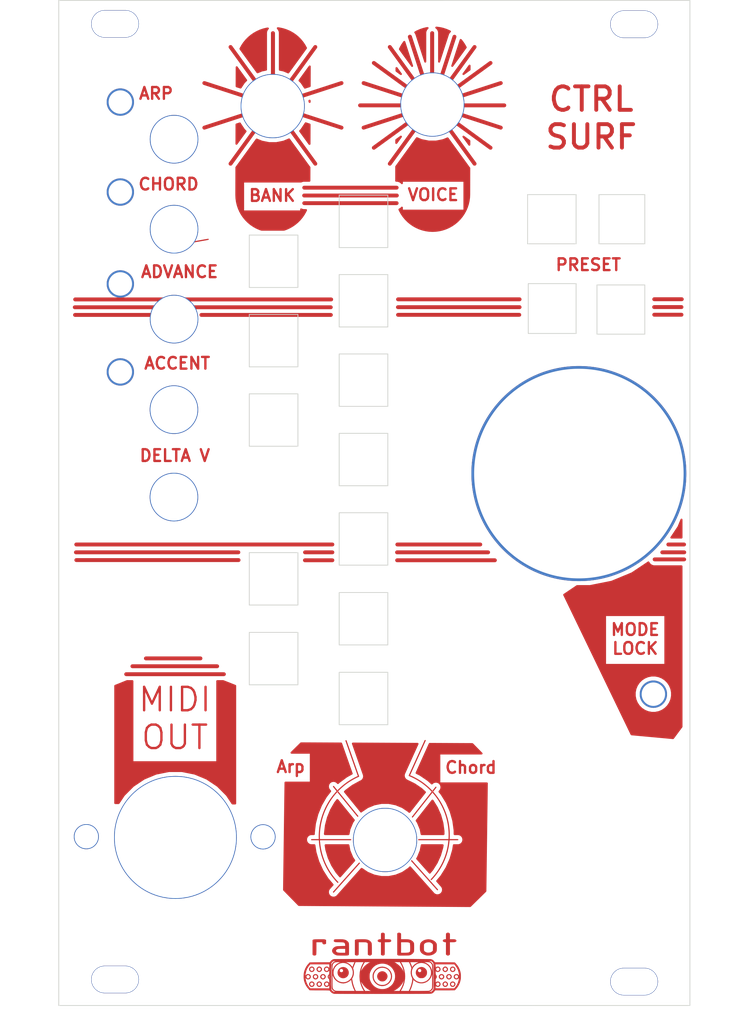
<source format=kicad_pcb>
(kicad_pcb (version 20171130) (host pcbnew "(5.1.4)-1")

  (general
    (thickness 1.6)
    (drawings 152)
    (tracks 17)
    (zones 0)
    (modules 5)
    (nets 1)
  )

  (page A4)
  (layers
    (0 F.Cu signal)
    (31 B.Cu signal)
    (32 B.Adhes user)
    (33 F.Adhes user)
    (34 B.Paste user hide)
    (35 F.Paste user)
    (36 B.SilkS user)
    (37 F.SilkS user)
    (38 B.Mask user)
    (39 F.Mask user)
    (40 Dwgs.User user)
    (41 Cmts.User user)
    (42 Eco1.User user)
    (43 Eco2.User user)
    (44 Edge.Cuts user)
    (45 Margin user)
    (46 B.CrtYd user)
    (47 F.CrtYd user)
    (48 B.Fab user)
    (49 F.Fab user)
  )

  (setup
    (last_trace_width 0.25)
    (user_trace_width 0.5)
    (user_trace_width 1)
    (trace_clearance 0.2)
    (zone_clearance 0.508)
    (zone_45_only no)
    (trace_min 0.2)
    (via_size 0.8)
    (via_drill 0.4)
    (via_min_size 0.4)
    (via_min_drill 0.3)
    (uvia_size 0.3)
    (uvia_drill 0.1)
    (uvias_allowed no)
    (uvia_min_size 0.2)
    (uvia_min_drill 0.1)
    (edge_width 0.1)
    (segment_width 0.2)
    (pcb_text_width 0.3)
    (pcb_text_size 1.5 1.5)
    (mod_edge_width 0.15)
    (mod_text_size 1 1)
    (mod_text_width 0.15)
    (pad_size 6.1 3.5)
    (pad_drill 6)
    (pad_to_mask_clearance 0)
    (aux_axis_origin 0 0)
    (visible_elements 7EFFFFFF)
    (pcbplotparams
      (layerselection 0x010fc_ffffffff)
      (usegerberextensions false)
      (usegerberattributes false)
      (usegerberadvancedattributes false)
      (creategerberjobfile false)
      (excludeedgelayer true)
      (linewidth 0.100000)
      (plotframeref false)
      (viasonmask false)
      (mode 1)
      (useauxorigin false)
      (hpglpennumber 1)
      (hpglpenspeed 20)
      (hpglpendiameter 15.000000)
      (psnegative false)
      (psa4output false)
      (plotreference true)
      (plotvalue true)
      (plotinvisibletext false)
      (padsonsilk false)
      (subtractmaskfromsilk false)
      (outputformat 1)
      (mirror false)
      (drillshape 1)
      (scaleselection 1)
      (outputdirectory ""))
  )

  (net 0 "")

  (net_class Default "This is the default net class."
    (clearance 0.2)
    (trace_width 0.25)
    (via_dia 0.8)
    (via_drill 0.4)
    (uvia_dia 0.3)
    (uvia_drill 0.1)
  )

  (module MountingHole:MountingHole_2.1mm (layer F.Cu) (tedit 623500D2) (tstamp 6235523C)
    (at 73.861 125.4524)
    (descr "Mounting Hole 2.1mm, no annular")
    (tags "mounting hole 2.1mm no annular")
    (attr virtual)
    (fp_text reference REF** (at 0 -3.2) (layer F.SilkS) hide
      (effects (font (size 1 1) (thickness 0.15)))
    )
    (fp_text value MountingHole_2.1mm (at 7.564 4.32768) (layer F.Fab)
      (effects (font (size 1 1) (thickness 0.15)))
    )
    (fp_text user %R (at 0.3 0) (layer F.Fab)
      (effects (font (size 1 1) (thickness 0.15)))
    )
    (fp_circle (center 0 0) (end 2.1 0) (layer Cmts.User) (width 0.15))
    (fp_circle (center 0 0) (end 2.35 0) (layer F.CrtYd) (width 0.05))
    (pad "" np_thru_hole oval (at 0 0) (size 6.1 3.5) (drill oval 6 3.4) (layers *.Cu *.Mask))
  )

  (module MountingHole:MountingHole_2.1mm (layer F.Cu) (tedit 623500D2) (tstamp 6235523C)
    (at 7.45 125.18008)
    (descr "Mounting Hole 2.1mm, no annular")
    (tags "mounting hole 2.1mm no annular")
    (attr virtual)
    (fp_text reference REF** (at 0 -3.2) (layer F.SilkS) hide
      (effects (font (size 1 1) (thickness 0.15)))
    )
    (fp_text value MountingHole_2.1mm (at -6.665 4.85268) (layer F.Fab)
      (effects (font (size 1 1) (thickness 0.15)))
    )
    (fp_text user %R (at 0.3 0) (layer F.Fab)
      (effects (font (size 1 1) (thickness 0.15)))
    )
    (fp_circle (center 0 0) (end 2.1 0) (layer Cmts.User) (width 0.15))
    (fp_circle (center 0 0) (end 2.35 0) (layer F.CrtYd) (width 0.05))
    (pad "" np_thru_hole oval (at 0 0) (size 6.1 3.5) (drill oval 6 3.4) (layers *.Cu *.Mask))
  )

  (module MountingHole:MountingHole_2.1mm (layer F.Cu) (tedit 623500D2) (tstamp 6235523C)
    (at 73.861 3.053)
    (descr "Mounting Hole 2.1mm, no annular")
    (tags "mounting hole 2.1mm no annular")
    (attr virtual)
    (fp_text reference REF** (at 0 -3.2) (layer F.SilkS) hide
      (effects (font (size 1 1) (thickness 0.15)))
    )
    (fp_text value MountingHole_2.1mm (at 0 3.2) (layer F.Fab)
      (effects (font (size 1 1) (thickness 0.15)))
    )
    (fp_text user %R (at 0.3 0) (layer F.Fab)
      (effects (font (size 1 1) (thickness 0.15)))
    )
    (fp_circle (center 0 0) (end 2.1 0) (layer Cmts.User) (width 0.15))
    (fp_circle (center 0 0) (end 2.35 0) (layer F.CrtYd) (width 0.05))
    (pad "" np_thru_hole oval (at 0 0) (size 6.1 3.5) (drill oval 6 3.4) (layers *.Cu *.Mask))
  )

  (module MountingHole:MountingHole_2.1mm (layer F.Cu) (tedit 623500D2) (tstamp 62355226)
    (at 7.45 3.00508)
    (descr "Mounting Hole 2.1mm, no annular")
    (tags "mounting hole 2.1mm no annular")
    (attr virtual)
    (fp_text reference REF** (at 0 -3.2) (layer F.SilkS) hide
      (effects (font (size 1 1) (thickness 0.15)))
    )
    (fp_text value MountingHole_2.1mm (at 0 3.2) (layer F.Fab)
      (effects (font (size 1 1) (thickness 0.15)))
    )
    (fp_circle (center 0 0) (end 2.35 0) (layer F.CrtYd) (width 0.05))
    (fp_circle (center 0 0) (end 2.1 0) (layer Cmts.User) (width 0.15))
    (fp_text user %R (at 0.3 0) (layer F.Fab)
      (effects (font (size 1 1) (thickness 0.15)))
    )
    (pad "" np_thru_hole oval (at 0 0) (size 6.1 3.5) (drill oval 6 3.4) (layers *.Cu *.Mask))
  )

  (module lappi-plate-r1:rantbot-logo-1 (layer F.Cu) (tedit 5F933F22) (tstamp 623584A3)
    (at 41.625 124.08008)
    (fp_text reference G*** (at 0 0) (layer F.SilkS) hide
      (effects (font (size 1.524 1.524) (thickness 0.3)))
    )
    (fp_text value LOGO (at 0.75 0) (layer F.SilkS) hide
      (effects (font (size 1.524 1.524) (thickness 0.3)))
    )
    (fp_poly (pts (xy 0.225917 0.082651) (xy 0.383222 0.165137) (xy 0.474332 0.241008) (xy 0.58065 0.371979)
      (xy 0.653275 0.519692) (xy 0.685485 0.66963) (xy 0.686486 0.699199) (xy 0.663599 0.844006)
      (xy 0.600635 0.990693) (xy 0.506136 1.126248) (xy 0.388646 1.237659) (xy 0.295005 1.295432)
      (xy 0.146886 1.341203) (xy -0.017283 1.34864) (xy -0.180778 1.318291) (xy -0.282668 1.276541)
      (xy -0.427916 1.175192) (xy -0.535 1.048043) (xy -0.60392 0.902896) (xy -0.634676 0.747557)
      (xy -0.627269 0.589831) (xy -0.581699 0.437522) (xy -0.497964 0.298434) (xy -0.376067 0.180373)
      (xy -0.282668 0.121858) (xy -0.113366 0.060014) (xy 0.058275 0.047278) (xy 0.225917 0.082651)) (layer F.Cu) (width 0.01))
    (fp_poly (pts (xy 5.160929 -0.483165) (xy 5.335635 -0.424838) (xy 5.490919 -0.322292) (xy 5.62028 -0.18049)
      (xy 5.677258 -0.088989) (xy 5.717785 0.026838) (xy 5.735731 0.169179) (xy 5.731197 0.319038)
      (xy 5.704285 0.457416) (xy 5.673948 0.533934) (xy 5.57327 0.687998) (xy 5.445243 0.807609)
      (xy 5.367734 0.858421) (xy 5.291063 0.896442) (xy 5.209178 0.918571) (xy 5.102338 0.929526)
      (xy 5.062629 0.931333) (xy 4.95632 0.931328) (xy 4.859495 0.924504) (xy 4.792155 0.912318)
      (xy 4.789439 0.911432) (xy 4.675993 0.854236) (xy 4.559228 0.764741) (xy 4.455792 0.657412)
      (xy 4.393054 0.567052) (xy 4.324726 0.398984) (xy 4.302316 0.229442) (xy 4.321442 0.06442)
      (xy 4.358799 -0.038138) (xy 4.576576 -0.038138) (xy 4.598312 0.056591) (xy 4.6553 0.128073)
      (xy 4.735206 0.170996) (xy 4.825699 0.180049) (xy 4.914446 0.149919) (xy 4.949962 0.122695)
      (xy 4.998667 0.046347) (xy 5.01258 -0.045927) (xy 4.992164 -0.135701) (xy 4.941816 -0.201558)
      (xy 4.84999 -0.247336) (xy 4.756188 -0.251217) (xy 4.671903 -0.218342) (xy 4.608627 -0.153854)
      (xy 4.57785 -0.062893) (xy 4.576576 -0.038138) (xy 4.358799 -0.038138) (xy 4.377723 -0.090088)
      (xy 4.466776 -0.228091) (xy 4.58422 -0.343595) (xy 4.725674 -0.430607) (xy 4.886755 -0.483134)
      (xy 5.063081 -0.495184) (xy 5.160929 -0.483165)) (layer F.Cu) (width 0.01))
    (fp_poly (pts (xy -4.802039 -0.47004) (xy -4.642737 -0.407366) (xy -4.508166 -0.311141) (xy -4.401012 -0.188104)
      (xy -4.323962 -0.044991) (xy -4.279703 0.111462) (xy -4.270922 0.274518) (xy -4.300306 0.43744)
      (xy -4.370542 0.593491) (xy -4.484316 0.735936) (xy -4.490905 0.742303) (xy -4.640661 0.852653)
      (xy -4.809057 0.920249) (xy -4.986925 0.943489) (xy -5.165097 0.920772) (xy -5.278374 0.87984)
      (xy -5.445488 0.776984) (xy -5.573352 0.644179) (xy -5.65934 0.485436) (xy -5.70083 0.304764)
      (xy -5.704383 0.228829) (xy -5.680797 0.038889) (xy -5.672012 0.016592) (xy -5.437251 0.016592)
      (xy -5.419255 0.06865) (xy -5.381722 0.112482) (xy -5.305645 0.159703) (xy -5.212671 0.178643)
      (xy -5.123931 0.166976) (xy -5.082882 0.145388) (xy -5.018434 0.069455) (xy -4.994284 -0.018547)
      (xy -5.006546 -0.10676) (xy -5.051336 -0.183327) (xy -5.124766 -0.236389) (xy -5.213828 -0.254254)
      (xy -5.318747 -0.234907) (xy -5.390662 -0.176875) (xy -5.429556 -0.080175) (xy -5.433019 -0.05888)
      (xy -5.437251 0.016592) (xy -5.672012 0.016592) (xy -5.61419 -0.130146) (xy -5.509848 -0.272986)
      (xy -5.37306 -0.384341) (xy -5.209113 -0.458922) (xy -5.023297 -0.491439) (xy -4.983384 -0.492429)
      (xy -4.802039 -0.47004)) (layer F.Cu) (width 0.01))
    (fp_poly (pts (xy 9.113337 -0.541331) (xy 9.222931 -0.489959) (xy 9.309228 -0.403555) (xy 9.362587 -0.289948)
      (xy 9.372462 -0.23934) (xy 9.364698 -0.11842) (xy 9.316669 -0.012884) (xy 9.237702 0.070722)
      (xy 9.137129 0.125855) (xy 9.024279 0.145972) (xy 8.908482 0.124527) (xy 8.87528 0.10939)
      (xy 8.771666 0.0311) (xy 8.707067 -0.067437) (xy 8.679833 -0.176743) (xy 8.681522 -0.198776)
      (xy 8.80818 -0.198776) (xy 8.83178 -0.106975) (xy 8.891852 -0.032208) (xy 8.921478 -0.012703)
      (xy 8.994441 0.018634) (xy 9.056077 0.017676) (xy 9.125409 -0.011514) (xy 9.200187 -0.075343)
      (xy 9.23907 -0.161762) (xy 9.240057 -0.255983) (xy 9.201146 -0.343219) (xy 9.174261 -0.372576)
      (xy 9.102131 -0.408429) (xy 9.010381 -0.417395) (xy 8.922552 -0.399473) (xy 8.877791 -0.372576)
      (xy 8.822901 -0.292384) (xy 8.80818 -0.198776) (xy 8.681522 -0.198776) (xy 8.688314 -0.287341)
      (xy 8.73086 -0.389755) (xy 8.80582 -0.474505) (xy 8.911542 -0.532116) (xy 8.990089 -0.54984)
      (xy 9.113337 -0.541331)) (layer F.Cu) (width 0.01))
    (fp_poly (pts (xy 8.134615 -0.549807) (xy 8.248711 -0.498542) (xy 8.349223 -0.405769) (xy 8.405867 -0.302759)
      (xy 8.419015 -0.18936) (xy 8.391484 -0.076171) (xy 8.326094 0.026205) (xy 8.225665 0.107167)
      (xy 8.210646 0.115328) (xy 8.094036 0.149739) (xy 7.977885 0.133555) (xy 7.917764 0.104475)
      (xy 7.810403 0.018957) (xy 7.749008 -0.081551) (xy 7.72933 -0.204026) (xy 7.729329 -0.204881)
      (xy 7.729524 -0.206967) (xy 7.857017 -0.206967) (xy 7.874624 -0.119955) (xy 7.897315 -0.080108)
      (xy 7.972273 -0.010606) (xy 8.061273 0.01431) (xy 8.153053 -0.005838) (xy 8.231481 -0.065938)
      (xy 8.279881 -0.153786) (xy 8.280544 -0.248751) (xy 8.233577 -0.34074) (xy 8.22842 -0.34691)
      (xy 8.153248 -0.404145) (xy 8.071779 -0.419805) (xy 7.992718 -0.400904) (xy 7.924768 -0.354454)
      (xy 7.876634 -0.287471) (xy 7.857017 -0.206967) (xy 7.729524 -0.206967) (xy 7.738258 -0.300062)
      (xy 7.770838 -0.372861) (xy 7.795921 -0.405769) (xy 7.903746 -0.50342) (xy 8.018135 -0.551433)
      (xy 8.134615 -0.549807)) (layer F.Cu) (width 0.01))
    (fp_poly (pts (xy 8.678298 0.428347) (xy 8.778807 0.485226) (xy 8.849077 0.56695) (xy 8.893309 0.680394)
      (xy 8.894411 0.792681) (xy 8.859286 0.896789) (xy 8.794833 0.985698) (xy 8.707956 1.052388)
      (xy 8.605555 1.08984) (xy 8.494531 1.091032) (xy 8.381787 1.048944) (xy 8.377677 1.046468)
      (xy 8.272469 0.957497) (xy 8.21285 0.849166) (xy 8.20207 0.740339) (xy 8.339539 0.740339)
      (xy 8.359475 0.841579) (xy 8.41199 0.915925) (xy 8.486148 0.958971) (xy 8.571013 0.966311)
      (xy 8.655646 0.93354) (xy 8.705948 0.887939) (xy 8.758803 0.805432) (xy 8.767165 0.726598)
      (xy 8.734574 0.637454) (xy 8.672501 0.566095) (xy 8.58776 0.533346) (xy 8.49292 0.541154)
      (xy 8.406531 0.58663) (xy 8.358645 0.638785) (xy 8.340679 0.706798) (xy 8.339539 0.740339)
      (xy 8.20207 0.740339) (xy 8.200615 0.725661) (xy 8.21236 0.661252) (xy 8.265027 0.550976)
      (xy 8.348646 0.470964) (xy 8.452525 0.422799) (xy 8.565973 0.408066) (xy 8.678298 0.428347)) (layer F.Cu) (width 0.01))
    (fp_poly (pts (xy 7.711006 0.427297) (xy 7.812146 0.480808) (xy 7.891352 0.566677) (xy 7.932784 0.661252)
      (xy 7.942645 0.782313) (xy 7.910806 0.892035) (xy 7.845819 0.984159) (xy 7.756238 1.052425)
      (xy 7.650617 1.090573) (xy 7.537508 1.092343) (xy 7.425466 1.051475) (xy 7.411511 1.04276)
      (xy 7.318309 0.954182) (xy 7.263629 0.843225) (xy 7.251083 0.729019) (xy 7.377609 0.729019)
      (xy 7.387249 0.807718) (xy 7.439197 0.887939) (xy 7.52027 0.951212) (xy 7.611077 0.967991)
      (xy 7.700943 0.937718) (xy 7.743197 0.903758) (xy 7.794832 0.822093) (xy 7.808555 0.729327)
      (xy 7.784605 0.641798) (xy 7.738613 0.58663) (xy 7.645673 0.539287) (xy 7.551123 0.534316)
      (xy 7.467532 0.569768) (xy 7.410571 0.637454) (xy 7.377609 0.729019) (xy 7.251083 0.729019)
      (xy 7.250298 0.721874) (xy 7.281145 0.602114) (xy 7.299551 0.568101) (xy 7.382205 0.476548)
      (xy 7.485413 0.423605) (xy 7.598555 0.407709) (xy 7.711006 0.427297)) (layer F.Cu) (width 0.01))
    (fp_poly (pts (xy 9.111969 1.364728) (xy 9.218117 1.412784) (xy 9.301792 1.492013) (xy 9.356252 1.593193)
      (xy 9.374756 1.707104) (xy 9.350563 1.824524) (xy 9.343492 1.840493) (xy 9.269597 1.945413)
      (xy 9.169645 2.016702) (xy 9.054999 2.050004) (xy 8.937023 2.040963) (xy 8.87902 2.018537)
      (xy 8.775271 1.94198) (xy 8.710072 1.844496) (xy 8.681824 1.735616) (xy 8.683031 1.71679)
      (xy 8.808045 1.71679) (xy 8.825507 1.786746) (xy 8.866706 1.84744) (xy 8.940744 1.898175)
      (xy 9.015875 1.931337) (xy 9.038796 1.924618) (xy 9.091436 1.906876) (xy 9.09928 1.904151)
      (xy 9.181103 1.852114) (xy 9.230353 1.773222) (xy 9.244104 1.681714) (xy 9.219432 1.591834)
      (xy 9.175106 1.535096) (xy 9.102419 1.498681) (xy 9.010395 1.489436) (xy 8.922407 1.507419)
      (xy 8.877791 1.534331) (xy 8.821194 1.617319) (xy 8.808045 1.71679) (xy 8.683031 1.71679)
      (xy 8.688926 1.624872) (xy 8.729778 1.521795) (xy 8.802778 1.435916) (xy 8.906328 1.376767)
      (xy 8.990089 1.357067) (xy 9.111969 1.364728)) (layer F.Cu) (width 0.01))
    (fp_poly (pts (xy 8.134615 1.3571) (xy 8.248711 1.408365) (xy 8.349223 1.501138) (xy 8.40551 1.603639)
      (xy 8.418858 1.716413) (xy 8.392507 1.828436) (xy 8.329695 1.928688) (xy 8.233661 2.006147)
      (xy 8.195347 2.024779) (xy 8.102375 2.053891) (xy 8.021531 2.050783) (xy 7.944184 2.023696)
      (xy 7.839603 1.954729) (xy 7.767229 1.859525) (xy 7.73025 1.749319) (xy 7.731122 1.687394)
      (xy 7.856456 1.687394) (xy 7.876619 1.790285) (xy 7.929879 1.865989) (xy 8.005389 1.910066)
      (xy 8.092303 1.918074) (xy 8.179776 1.885571) (xy 8.231481 1.840968) (xy 8.282515 1.751348)
      (xy 8.285514 1.657921) (xy 8.2412 1.571039) (xy 8.210461 1.540499) (xy 8.145027 1.497626)
      (xy 8.082957 1.475498) (xy 8.072572 1.474675) (xy 7.993953 1.496683) (xy 7.921433 1.55239)
      (xy 7.870737 1.62632) (xy 7.856456 1.687394) (xy 7.731122 1.687394) (xy 7.731855 1.635345)
      (xy 7.77523 1.528838) (xy 7.795921 1.501138) (xy 7.903746 1.403487) (xy 8.018135 1.355474)
      (xy 8.134615 1.3571)) (layer F.Cu) (width 0.01))
    (fp_poly (pts (xy -7.985105 -0.549807) (xy -7.871008 -0.498542) (xy -7.770496 -0.405769) (xy -7.715159 -0.303309)
      (xy -7.700532 -0.186767) (xy -7.726616 -0.072531) (xy -7.770496 -0.001037) (xy -7.875926 0.094992)
      (xy -7.988438 0.143841) (xy -8.103369 0.144369) (xy -8.201955 0.104475) (xy -8.309317 0.018957)
      (xy -8.370712 -0.081551) (xy -8.39039 -0.204026) (xy -8.390391 -0.204881) (xy -8.390196 -0.206967)
      (xy -8.262702 -0.206967) (xy -8.245096 -0.119955) (xy -8.222405 -0.080108) (xy -8.147446 -0.010606)
      (xy -8.058446 0.01431) (xy -7.966667 -0.005838) (xy -7.888239 -0.065938) (xy -7.839838 -0.153786)
      (xy -7.839176 -0.248751) (xy -7.886142 -0.34074) (xy -7.8913 -0.34691) (xy -7.966472 -0.404145)
      (xy -8.04794 -0.419805) (xy -8.127001 -0.400904) (xy -8.194951 -0.354454) (xy -8.243086 -0.287471)
      (xy -8.262702 -0.206967) (xy -8.390196 -0.206967) (xy -8.381462 -0.300062) (xy -8.348882 -0.372861)
      (xy -8.323799 -0.405769) (xy -8.215974 -0.50342) (xy -8.101584 -0.551433) (xy -7.985105 -0.549807)) (layer F.Cu) (width 0.01))
    (fp_poly (pts (xy -8.91329 -0.541331) (xy -8.803696 -0.489959) (xy -8.717398 -0.403555) (xy -8.66404 -0.289948)
      (xy -8.654164 -0.23934) (xy -8.661928 -0.11842) (xy -8.709958 -0.012884) (xy -8.788924 0.070722)
      (xy -8.889497 0.125855) (xy -9.002348 0.145972) (xy -9.118145 0.124527) (xy -9.151346 0.10939)
      (xy -9.254961 0.0311) (xy -9.31956 -0.067437) (xy -9.346794 -0.176743) (xy -9.345105 -0.198776)
      (xy -9.218446 -0.198776) (xy -9.194846 -0.106975) (xy -9.134774 -0.032208) (xy -9.105149 -0.012703)
      (xy -9.032185 0.018634) (xy -8.97055 0.017676) (xy -8.901218 -0.011514) (xy -8.826439 -0.075343)
      (xy -8.787556 -0.161762) (xy -8.78657 -0.255983) (xy -8.825481 -0.343219) (xy -8.852366 -0.372576)
      (xy -8.924496 -0.408429) (xy -9.016246 -0.417395) (xy -9.104075 -0.399473) (xy -9.148836 -0.372576)
      (xy -9.203725 -0.292384) (xy -9.218446 -0.198776) (xy -9.345105 -0.198776) (xy -9.338312 -0.287341)
      (xy -9.295766 -0.389755) (xy -9.220807 -0.474505) (xy -9.115084 -0.532116) (xy -9.036538 -0.54984)
      (xy -8.91329 -0.541331)) (layer F.Cu) (width 0.01))
    (fp_poly (pts (xy -7.441422 0.428347) (xy -7.340913 0.485226) (xy -7.270643 0.56695) (xy -7.226411 0.680394)
      (xy -7.225309 0.792681) (xy -7.260434 0.896789) (xy -7.324886 0.985698) (xy -7.411764 1.052388)
      (xy -7.514165 1.08984) (xy -7.625188 1.091032) (xy -7.737933 1.048944) (xy -7.742042 1.046468)
      (xy -7.84725 0.957497) (xy -7.90687 0.849166) (xy -7.91765 0.740339) (xy -7.780181 0.740339)
      (xy -7.760245 0.841579) (xy -7.70773 0.915925) (xy -7.633571 0.958971) (xy -7.548707 0.966311)
      (xy -7.464073 0.93354) (xy -7.413772 0.887939) (xy -7.360917 0.805432) (xy -7.352554 0.726598)
      (xy -7.385146 0.637454) (xy -7.447219 0.566095) (xy -7.531959 0.533346) (xy -7.626799 0.541154)
      (xy -7.713188 0.58663) (xy -7.761075 0.638785) (xy -7.779041 0.706798) (xy -7.780181 0.740339)
      (xy -7.91765 0.740339) (xy -7.919104 0.725661) (xy -7.907359 0.661252) (xy -7.854692 0.550976)
      (xy -7.771074 0.470964) (xy -7.667194 0.422799) (xy -7.553747 0.408066) (xy -7.441422 0.428347)) (layer F.Cu) (width 0.01))
    (fp_poly (pts (xy -8.408714 0.427297) (xy -8.307574 0.480808) (xy -8.228368 0.566677) (xy -8.186936 0.661252)
      (xy -8.177075 0.782313) (xy -8.208914 0.892035) (xy -8.273901 0.984159) (xy -8.363482 1.052425)
      (xy -8.469103 1.090573) (xy -8.582211 1.092343) (xy -8.694253 1.051475) (xy -8.708209 1.04276)
      (xy -8.801411 0.954182) (xy -8.856091 0.843225) (xy -8.868636 0.729019) (xy -8.742111 0.729019)
      (xy -8.73247 0.807718) (xy -8.680523 0.887939) (xy -8.59945 0.951212) (xy -8.508642 0.967991)
      (xy -8.418777 0.937718) (xy -8.376522 0.903758) (xy -8.324888 0.822093) (xy -8.311164 0.729327)
      (xy -8.335115 0.641798) (xy -8.381107 0.58663) (xy -8.474047 0.539287) (xy -8.568597 0.534316)
      (xy -8.652187 0.569768) (xy -8.709149 0.637454) (xy -8.742111 0.729019) (xy -8.868636 0.729019)
      (xy -8.869421 0.721874) (xy -8.838575 0.602114) (xy -8.820168 0.568101) (xy -8.737515 0.476548)
      (xy -8.634306 0.423605) (xy -8.521165 0.407709) (xy -8.408714 0.427297)) (layer F.Cu) (width 0.01))
    (fp_poly (pts (xy -7.985105 1.3571) (xy -7.871008 1.408365) (xy -7.770496 1.501138) (xy -7.71421 1.603639)
      (xy -7.700861 1.716413) (xy -7.727213 1.828436) (xy -7.790025 1.928688) (xy -7.886059 2.006147)
      (xy -7.924373 2.024779) (xy -8.017345 2.053891) (xy -8.098188 2.050783) (xy -8.175535 2.023696)
      (xy -8.280117 1.954729) (xy -8.352491 1.859525) (xy -8.389469 1.749319) (xy -8.388598 1.687394)
      (xy -8.263264 1.687394) (xy -8.2431 1.790285) (xy -8.189841 1.865989) (xy -8.114331 1.910066)
      (xy -8.027416 1.918074) (xy -7.939943 1.885571) (xy -7.888239 1.840968) (xy -7.837204 1.751348)
      (xy -7.834206 1.657921) (xy -7.87852 1.571039) (xy -7.909259 1.540499) (xy -7.974693 1.497626)
      (xy -8.036763 1.475498) (xy -8.047148 1.474675) (xy -8.125767 1.496683) (xy -8.198287 1.55239)
      (xy -8.248983 1.62632) (xy -8.263264 1.687394) (xy -8.388598 1.687394) (xy -8.387865 1.635345)
      (xy -8.344489 1.528838) (xy -8.323799 1.501138) (xy -8.215974 1.403487) (xy -8.101584 1.355474)
      (xy -7.985105 1.3571)) (layer F.Cu) (width 0.01))
    (fp_poly (pts (xy -8.914658 1.364728) (xy -8.80851 1.412784) (xy -8.724835 1.492013) (xy -8.670375 1.593193)
      (xy -8.651871 1.707104) (xy -8.676064 1.824524) (xy -8.683135 1.840493) (xy -8.757029 1.945413)
      (xy -8.856981 2.016702) (xy -8.971627 2.050004) (xy -9.089604 2.040963) (xy -9.147606 2.018537)
      (xy -9.251356 1.94198) (xy -9.316554 1.844496) (xy -9.344802 1.735616) (xy -9.343595 1.71679)
      (xy -9.218582 1.71679) (xy -9.201119 1.786746) (xy -9.159921 1.84744) (xy -9.085882 1.898175)
      (xy -9.010751 1.931337) (xy -8.98783 1.924618) (xy -8.93519 1.906876) (xy -8.927346 1.904151)
      (xy -8.845524 1.852114) (xy -8.796274 1.773222) (xy -8.782522 1.681714) (xy -8.807195 1.591834)
      (xy -8.85152 1.535096) (xy -8.924207 1.498681) (xy -9.016232 1.489436) (xy -9.10422 1.507419)
      (xy -9.148836 1.534331) (xy -9.205432 1.617319) (xy -9.218582 1.71679) (xy -9.343595 1.71679)
      (xy -9.3377 1.624872) (xy -9.296849 1.521795) (xy -9.223848 1.435916) (xy -9.120299 1.376767)
      (xy -9.036538 1.357067) (xy -8.914658 1.364728)) (layer F.Cu) (width 0.01))
    (fp_poly (pts (xy 0.27109 -0.510942) (xy 0.500751 -0.440049) (xy 0.7049 -0.333069) (xy 0.884729 -0.188109)
      (xy 1.034911 -0.00894) (xy 1.151093 0.195488) (xy 1.22892 0.416227) (xy 1.264036 0.644326)
      (xy 1.260382 0.80855) (xy 1.211833 1.051383) (xy 1.120547 1.273198) (xy 0.991524 1.470023)
      (xy 0.829766 1.637885) (xy 0.640275 1.772813) (xy 0.428053 1.870835) (xy 0.198101 1.927977)
      (xy -0.044579 1.940268) (xy -0.152553 1.930649) (xy -0.379769 1.878481) (xy -0.587222 1.783135)
      (xy -0.780006 1.641851) (xy -0.897214 1.526939) (xy -1.044031 1.338447) (xy -1.144843 1.137289)
      (xy -1.201731 0.917415) (xy -1.212082 0.74912) (xy -1.091619 0.74912) (xy -1.061092 0.966965)
      (xy -0.984733 1.182935) (xy -0.967685 1.217676) (xy -0.888687 1.340219) (xy -0.780331 1.466297)
      (xy -0.65943 1.578137) (xy -0.560567 1.648027) (xy -0.418366 1.722944) (xy -0.287399 1.770175)
      (xy -0.149136 1.794181) (xy 0.014953 1.799422) (xy 0.063563 1.79828) (xy 0.1883 1.792612)
      (xy 0.279971 1.782363) (xy 0.35636 1.763679) (xy 0.435245 1.732705) (xy 0.495096 1.704728)
      (xy 0.69081 1.584164) (xy 0.855391 1.42968) (xy 0.985164 1.248171) (xy 1.076455 1.046534)
      (xy 1.12559 0.831662) (xy 1.128896 0.610452) (xy 1.11878 0.53416) (xy 1.054523 0.297145)
      (xy 0.950506 0.089294) (xy 0.810642 -0.086275) (xy 0.638845 -0.226444) (xy 0.439028 -0.328096)
      (xy 0.215104 -0.388112) (xy -0.029012 -0.403376) (xy -0.056551 -0.402208) (xy -0.281482 -0.367044)
      (xy -0.485291 -0.289826) (xy -0.66489 -0.176044) (xy -0.817189 -0.03119) (xy -0.9391 0.139244)
      (xy -1.027535 0.329768) (xy -1.079404 0.534891) (xy -1.091619 0.74912) (xy -1.212082 0.74912)
      (xy -1.216778 0.672775) (xy -1.214179 0.605864) (xy -1.203513 0.478945) (xy -1.184428 0.378867)
      (xy -1.150925 0.281677) (xy -1.110314 0.191179) (xy -0.994504 -0.004343) (xy -0.844765 -0.183013)
      (xy -0.674253 -0.329711) (xy -0.632583 -0.357915) (xy -0.424788 -0.461957) (xy -0.199619 -0.522044)
      (xy 0.034987 -0.538323) (xy 0.27109 -0.510942)) (layer F.Cu) (width 0.01))
    (fp_poly (pts (xy 8.511494 -4.873022) (xy 8.597369 -4.82875) (xy 8.607662 -4.819274) (xy 8.63237 -4.79234)
      (xy 8.649515 -4.763257) (xy 8.660477 -4.722753) (xy 8.666635 -4.661556) (xy 8.669368 -4.570395)
      (xy 8.670056 -4.439997) (xy 8.67007 -4.399754) (xy 8.67007 -4.042642) (xy 8.994244 -4.042547)
      (xy 9.134782 -4.041418) (xy 9.234945 -4.037282) (xy 9.305176 -4.028871) (xy 9.35592 -4.014918)
      (xy 9.397622 -3.994154) (xy 9.39878 -3.993451) (xy 9.473962 -3.928481) (xy 9.499829 -3.856423)
      (xy 9.475669 -3.779359) (xy 9.473319 -3.775692) (xy 9.428696 -3.730228) (xy 9.35905 -3.697506)
      (xy 9.257882 -3.676089) (xy 9.118695 -3.664543) (xy 8.956106 -3.661403) (xy 8.67007 -3.661261)
      (xy 8.67007 -2.089405) (xy 8.591843 -2.023581) (xy 8.490689 -1.966918) (xy 8.384575 -1.956964)
      (xy 8.283939 -1.99347) (xy 8.235882 -2.032078) (xy 8.161561 -2.106399) (xy 8.161561 -3.654178)
      (xy 8.028438 -3.669944) (xy 7.901493 -3.700383) (xy 7.814469 -3.751497) (xy 7.767517 -3.815167)
      (xy 7.760792 -3.883271) (xy 7.794445 -3.947687) (xy 7.86863 -4.000295) (xy 7.983499 -4.032973)
      (xy 8.021526 -4.037327) (xy 8.161561 -4.048939) (xy 8.161561 -4.402903) (xy 8.161959 -4.543978)
      (xy 8.164084 -4.643532) (xy 8.169336 -4.710891) (xy 8.179111 -4.755382) (xy 8.194808 -4.786332)
      (xy 8.217824 -4.813071) (xy 8.223969 -4.819274) (xy 8.305414 -4.868283) (xy 8.407716 -4.886198)
      (xy 8.511494 -4.873022)) (layer F.Cu) (width 0.01))
    (fp_poly (pts (xy 6.153093 -4.015386) (xy 6.174076 -4.011439) (xy 6.414294 -3.94713) (xy 6.613774 -3.855876)
      (xy 6.77622 -3.735438) (xy 6.90534 -3.58358) (xy 6.920173 -3.560938) (xy 6.946097 -3.518919)
      (xy 6.964885 -3.480994) (xy 6.977686 -3.438304) (xy 6.985648 -3.381984) (xy 6.98992 -3.303174)
      (xy 6.991651 -3.19301) (xy 6.99199 -3.042632) (xy 6.991992 -3.006922) (xy 6.990842 -2.825422)
      (xy 6.98569 -2.685703) (xy 6.973978 -2.578712) (xy 6.95315 -2.495401) (xy 6.920649 -2.426718)
      (xy 6.873919 -2.363614) (xy 6.810402 -2.297037) (xy 6.78433 -2.271813) (xy 6.621024 -2.148132)
      (xy 6.424642 -2.053112) (xy 6.205803 -1.989403) (xy 5.975125 -1.959654) (xy 5.743228 -1.966516)
      (xy 5.631731 -1.984177) (xy 5.414691 -2.046863) (xy 5.224968 -2.138319) (xy 5.067694 -2.254468)
      (xy 4.947997 -2.391232) (xy 4.871008 -2.544532) (xy 4.855032 -2.601642) (xy 4.840293 -2.702525)
      (xy 4.832524 -2.832587) (xy 4.831233 -2.979459) (xy 4.831827 -2.998627) (xy 5.339434 -2.998627)
      (xy 5.340276 -2.849866) (xy 5.343425 -2.742337) (xy 5.349947 -2.666436) (xy 5.360909 -2.612559)
      (xy 5.377379 -2.571102) (xy 5.389287 -2.549924) (xy 5.462101 -2.470822) (xy 5.573025 -2.401033)
      (xy 5.709343 -2.348176) (xy 5.739394 -2.340093) (xy 5.855587 -2.326227) (xy 5.994361 -2.331449)
      (xy 6.132151 -2.353488) (xy 6.241941 -2.388501) (xy 6.328325 -2.439118) (xy 6.409037 -2.504364)
      (xy 6.419919 -2.515406) (xy 6.496196 -2.596582) (xy 6.504286 -2.970036) (xy 6.507014 -3.116301)
      (xy 6.507123 -3.221364) (xy 6.503555 -3.294851) (xy 6.495249 -3.346385) (xy 6.481148 -3.385592)
      (xy 6.460192 -3.422096) (xy 6.453409 -3.432456) (xy 6.388159 -3.503052) (xy 6.293757 -3.571212)
      (xy 6.254628 -3.593007) (xy 6.179413 -3.628747) (xy 6.115057 -3.649334) (xy 6.043351 -3.658013)
      (xy 5.946086 -3.658028) (xy 5.898698 -3.65644) (xy 5.709087 -3.635558) (xy 5.560164 -3.587916)
      (xy 5.448551 -3.512126) (xy 5.396546 -3.450305) (xy 5.373943 -3.4132) (xy 5.358208 -3.373625)
      (xy 5.348116 -3.321883) (xy 5.34244 -3.248276) (xy 5.339955 -3.143107) (xy 5.339434 -2.998627)
      (xy 4.831827 -2.998627) (xy 4.835927 -3.130774) (xy 4.846113 -3.274163) (xy 4.8613 -3.397259)
      (xy 4.880993 -3.487694) (xy 4.891413 -3.514886) (xy 4.991286 -3.663039) (xy 5.131061 -3.790718)
      (xy 5.302871 -3.894877) (xy 5.498847 -3.972469) (xy 5.711122 -4.020448) (xy 5.931826 -4.035769)
      (xy 6.153093 -4.015386)) (layer F.Cu) (width 0.01))
    (fp_poly (pts (xy 2.263823 -4.869069) (xy 2.346825 -4.830226) (xy 2.348423 -4.828985) (xy 2.374567 -4.807074)
      (xy 2.392833 -4.783512) (xy 2.404635 -4.749455) (xy 2.411383 -4.696059) (xy 2.41449 -4.61448)
      (xy 2.41537 -4.495874) (xy 2.415415 -4.409466) (xy 2.415415 -4.042642) (xy 2.859108 -4.042642)
      (xy 3.015548 -4.040998) (xy 3.164633 -4.036448) (xy 3.29457 -4.029572) (xy 3.393564 -4.020946)
      (xy 3.437537 -4.014304) (xy 3.617106 -3.95973) (xy 3.778138 -3.878391) (xy 3.912442 -3.776426)
      (xy 4.011829 -3.659977) (xy 4.065996 -3.543152) (xy 4.076479 -3.477115) (xy 4.08433 -3.371441)
      (xy 4.089559 -3.237278) (xy 4.092173 -3.085772) (xy 4.092182 -2.928068) (xy 4.089593 -2.775313)
      (xy 4.084417 -2.638654) (xy 4.076662 -2.529237) (xy 4.066337 -2.458208) (xy 4.065138 -2.453553)
      (xy 4.016391 -2.351876) (xy 3.930812 -2.245918) (xy 3.820037 -2.146787) (xy 3.695699 -2.065593)
      (xy 3.623123 -2.031557) (xy 3.575568 -2.013571) (xy 3.52968 -1.999441) (xy 3.47856 -1.988613)
      (xy 3.415303 -1.980531) (xy 3.333009 -1.97464) (xy 3.224777 -1.970385) (xy 3.083704 -1.967212)
      (xy 2.902889 -1.964565) (xy 2.770273 -1.962974) (xy 2.563169 -1.960708) (xy 2.40075 -1.959508)
      (xy 2.276855 -1.959742) (xy 2.185323 -1.961779) (xy 2.119993 -1.965988) (xy 2.074704 -1.972738)
      (xy 2.043296 -1.982397) (xy 2.019606 -1.995335) (xy 2.001154 -2.009015) (xy 1.932332 -2.06315)
      (xy 1.932332 -3.661261) (xy 2.415415 -3.661261) (xy 2.415415 -2.30895) (xy 2.892142 -2.317688)
      (xy 3.060864 -2.321164) (xy 3.186956 -2.325164) (xy 3.278636 -2.330646) (xy 3.34412 -2.338571)
      (xy 3.391629 -2.349896) (xy 3.429379 -2.365581) (xy 3.461691 -2.384148) (xy 3.523176 -2.429083)
      (xy 3.563949 -2.471176) (xy 3.569749 -2.481573) (xy 3.57739 -2.527575) (xy 3.582574 -2.6126)
      (xy 3.58546 -2.726932) (xy 3.586208 -2.860858) (xy 3.584978 -3.004663) (xy 3.581929 -3.148634)
      (xy 3.577222 -3.283055) (xy 3.571016 -3.398214) (xy 3.563472 -3.484395) (xy 3.554748 -3.531885)
      (xy 3.552394 -3.536583) (xy 3.514757 -3.577999) (xy 3.468661 -3.609293) (xy 3.406892 -3.631817)
      (xy 3.322238 -3.646922) (xy 3.207485 -3.655961) (xy 3.055421 -3.660284) (xy 2.887048 -3.661261)
      (xy 2.415415 -3.661261) (xy 1.932332 -3.661261) (xy 1.932332 -4.786728) (xy 1.987073 -4.834205)
      (xy 2.063219 -4.871357) (xy 2.162378 -4.882878) (xy 2.263823 -4.869069)) (layer F.Cu) (width 0.01))
    (fp_poly (pts (xy 0.188414 -4.866175) (xy 0.263538 -4.828985) (xy 0.28974 -4.807014) (xy 0.308027 -4.783377)
      (xy 0.319822 -4.749203) (xy 0.326548 -4.695616) (xy 0.329629 -4.613744) (xy 0.330488 -4.494711)
      (xy 0.33053 -4.411387) (xy 0.33053 -4.046486) (xy 0.684516 -4.038208) (xy 0.826123 -4.034412)
      (xy 0.926342 -4.029697) (xy 0.99463 -4.022469) (xy 1.040446 -4.011129) (xy 1.073248 -3.994082)
      (xy 1.102493 -3.969732) (xy 1.105192 -3.967204) (xy 1.156582 -3.893257) (xy 1.157755 -3.818457)
      (xy 1.109075 -3.747162) (xy 1.085114 -3.727339) (xy 1.049748 -3.705154) (xy 1.006841 -3.689496)
      (xy 0.946551 -3.678883) (xy 0.859036 -3.671832) (xy 0.734454 -3.666862) (xy 0.671951 -3.665123)
      (xy 0.33053 -3.656272) (xy 0.33053 -2.88537) (xy 0.330024 -2.690815) (xy 0.328593 -2.511577)
      (xy 0.326366 -2.354287) (xy 0.323471 -2.225573) (xy 0.320037 -2.132065) (xy 0.316194 -2.080393)
      (xy 0.314736 -2.073311) (xy 0.267595 -2.015104) (xy 0.188514 -1.977627) (xy 0.092985 -1.963288)
      (xy -0.003494 -1.974497) (xy -0.082633 -2.011535) (xy -0.152553 -2.063701) (xy -0.152553 -3.661261)
      (xy -0.235186 -3.661403) (xy -0.360554 -3.674666) (xy -0.463953 -3.710589) (xy -0.537871 -3.764057)
      (xy -0.574794 -3.829957) (xy -0.571911 -3.890599) (xy -0.526923 -3.955572) (xy -0.445234 -4.006748)
      (xy -0.34053 -4.037162) (xy -0.273324 -4.042547) (xy -0.152553 -4.042642) (xy -0.152553 -4.413592)
      (xy -0.152151 -4.558594) (xy -0.150148 -4.661475) (xy -0.145353 -4.730963) (xy -0.136573 -4.775785)
      (xy -0.122615 -4.80467) (xy -0.102287 -4.826345) (xy -0.095346 -4.832266) (xy -0.015331 -4.870493)
      (xy 0.086357 -4.881731) (xy 0.188414 -4.866175)) (layer F.Cu) (width 0.01))
    (fp_poly (pts (xy -2.322385 -4.038114) (xy -2.167536 -4.031851) (xy -2.041109 -4.020288) (xy -1.935656 -4.002611)
      (xy -1.843726 -3.97801) (xy -1.75787 -3.945673) (xy -1.712584 -3.925263) (xy -1.593911 -3.852526)
      (xy -1.48557 -3.75607) (xy -1.400117 -3.649113) (xy -1.350104 -3.544871) (xy -1.34962 -3.543152)
      (xy -1.341312 -3.486901) (xy -1.334229 -3.385988) (xy -1.328591 -3.246591) (xy -1.324619 -3.07489)
      (xy -1.322531 -2.877064) (xy -1.322264 -2.775772) (xy -1.322123 -2.106399) (xy -1.396443 -2.032078)
      (xy -1.489846 -1.970771) (xy -1.594322 -1.95579) (xy -1.699432 -1.987384) (xy -1.752404 -2.023581)
      (xy -1.830631 -2.089405) (xy -1.830631 -2.784265) (xy -1.831194 -2.968911) (xy -1.83278 -3.138131)
      (xy -1.835238 -3.284889) (xy -1.838418 -3.402147) (xy -1.842166 -3.482867) (xy -1.846333 -3.520013)
      (xy -1.84648 -3.520425) (xy -1.877907 -3.557211) (xy -1.937242 -3.599069) (xy -1.959881 -3.611493)
      (xy -1.99989 -3.629347) (xy -2.045125 -3.642395) (xy -2.10395 -3.651369) (xy -2.184727 -3.657001)
      (xy -2.295817 -3.660023) (xy -2.445583 -3.661165) (xy -2.528817 -3.661261) (xy -3.000201 -3.661261)
      (xy -3.000201 -2.887865) (xy -3.000705 -2.692992) (xy -3.002131 -2.513434) (xy -3.004352 -2.355806)
      (xy -3.007239 -2.226728) (xy -3.010663 -2.132815) (xy -3.014497 -2.080686) (xy -3.015994 -2.073311)
      (xy -3.062919 -2.015566) (xy -3.141877 -1.977732) (xy -3.237136 -1.96228) (xy -3.332964 -1.97168)
      (xy -3.413628 -2.008402) (xy -3.416291 -2.010454) (xy -3.483284 -2.06315) (xy -3.483284 -3.939768)
      (xy -3.414564 -3.984849) (xy -3.386885 -3.999478) (xy -3.349505 -4.010852) (xy -3.295754 -4.019503)
      (xy -3.218964 -4.02596) (xy -3.112468 -4.030755) (xy -2.969596 -4.034418) (xy -2.783681 -4.037482)
      (xy -2.747147 -4.037983) (xy -2.513106 -4.039888) (xy -2.322385 -4.038114)) (layer F.Cu) (width 0.01))
    (fp_poly (pts (xy -5.164123 -4.036383) (xy -5.017389 -4.027523) (xy -4.896726 -4.011962) (xy -4.793924 -3.988763)
      (xy -4.700771 -3.956986) (xy -4.642831 -3.931902) (xy -4.521386 -3.859893) (xy -4.409218 -3.765533)
      (xy -4.320903 -3.662506) (xy -4.28091 -3.592158) (xy -4.269782 -3.553465) (xy -4.261099 -3.492252)
      (xy -4.254628 -3.403319) (xy -4.250138 -3.281465) (xy -4.247395 -3.121489) (xy -4.246167 -2.918192)
      (xy -4.246047 -2.812405) (xy -4.246605 -2.627357) (xy -4.248179 -2.457738) (xy -4.250619 -2.310566)
      (xy -4.253775 -2.192857) (xy -4.257497 -2.11163) (xy -4.261636 -2.073902) (xy -4.26184 -2.073311)
      (xy -4.279317 -2.039867) (xy -4.306886 -2.013509) (xy -4.350141 -1.993451) (xy -4.414674 -1.978904)
      (xy -4.506077 -1.969082) (xy -4.629943 -1.963197) (xy -4.791863 -1.960464) (xy -4.997432 -1.960094)
      (xy -5.064754 -1.960312) (xy -5.246131 -1.961895) (xy -5.415454 -1.964994) (xy -5.564548 -1.969331)
      (xy -5.685242 -1.974629) (xy -5.769364 -1.980611) (xy -5.803457 -1.985361) (xy -5.970351 -2.042207)
      (xy -6.123391 -2.127205) (xy -6.251027 -2.232225) (xy -6.341713 -2.349139) (xy -6.354376 -2.373185)
      (xy -6.398829 -2.517629) (xy -6.397695 -2.548111) (xy -5.906914 -2.548111) (xy -5.878449 -2.465163)
      (xy -5.85613 -2.437822) (xy -5.805642 -2.396178) (xy -5.743657 -2.364776) (xy -5.662779 -2.342295)
      (xy -5.555609 -2.327413) (xy -5.414752 -2.318808) (xy -5.23281 -2.315159) (xy -5.167718 -2.31483)
      (xy -4.72913 -2.313714) (xy -4.72913 -2.822222) (xy -5.155005 -2.82208) (xy -5.348444 -2.820321)
      (xy -5.498826 -2.814352) (xy -5.613861 -2.802917) (xy -5.701256 -2.784761) (xy -5.768721 -2.758629)
      (xy -5.823964 -2.723266) (xy -5.839331 -2.710648) (xy -5.893541 -2.635354) (xy -5.906914 -2.548111)
      (xy -6.397695 -2.548111) (xy -6.393515 -2.660436) (xy -6.339467 -2.797632) (xy -6.237715 -2.925243)
      (xy -6.202919 -2.956921) (xy -6.12479 -3.019352) (xy -6.048473 -3.068051) (xy -5.96607 -3.104845)
      (xy -5.869683 -3.131562) (xy -5.751415 -3.150027) (xy -5.603367 -3.162067) (xy -5.417642 -3.169509)
      (xy -5.26942 -3.17281) (xy -4.72913 -3.182548) (xy -4.72913 -3.290983) (xy -4.745459 -3.435986)
      (xy -4.793697 -3.544921) (xy -4.851803 -3.602376) (xy -4.880157 -3.617875) (xy -4.918499 -3.629953)
      (xy -4.97376 -3.63926) (xy -5.052869 -3.646445) (xy -5.162756 -3.652158) (xy -5.310351 -3.657047)
      (xy -5.480376 -3.661261) (xy -5.66868 -3.666027) (xy -5.813007 -3.671102) (xy -5.92023 -3.677115)
      (xy -5.997222 -3.684694) (xy -6.050856 -3.694468) (xy -6.088005 -3.707065) (xy -6.109251 -3.71879)
      (xy -6.177192 -3.785008) (xy -6.196549 -3.859116) (xy -6.166512 -3.935269) (xy -6.143084 -3.962426)
      (xy -6.075638 -4.02993) (xy -5.568645 -4.037759) (xy -5.345138 -4.039482) (xy -5.164123 -4.036383)) (layer F.Cu) (width 0.01))
    (fp_poly (pts (xy -7.557726 -4.038213) (xy -7.462182 -4.035361) (xy -7.392233 -4.030349) (xy -7.341566 -4.022872)
      (xy -7.303869 -4.012625) (xy -7.272832 -3.999303) (xy -7.271672 -3.998719) (xy -7.182683 -3.953653)
      (xy -7.182683 -3.47057) (xy -7.279134 -3.423454) (xy -7.384948 -3.392033) (xy -7.485903 -3.396983)
      (xy -7.571344 -3.433702) (xy -7.630612 -3.497585) (xy -7.653051 -3.584029) (xy -7.653054 -3.584985)
      (xy -7.653054 -3.661261) (xy -8.415816 -3.661261) (xy -8.415816 -2.887865) (xy -8.41632 -2.692992)
      (xy -8.417747 -2.513434) (xy -8.419968 -2.355806) (xy -8.422855 -2.226728) (xy -8.426279 -2.132815)
      (xy -8.430113 -2.080686) (xy -8.43161 -2.073311) (xy -8.478534 -2.015566) (xy -8.557492 -1.977732)
      (xy -8.652752 -1.96228) (xy -8.74858 -1.97168) (xy -8.829244 -2.008402) (xy -8.831907 -2.010454)
      (xy -8.898899 -2.06315) (xy -8.898899 -3.939768) (xy -8.830163 -3.984849) (xy -8.804818 -3.998407)
      (xy -8.770806 -4.009132) (xy -8.722037 -4.017434) (xy -8.652422 -4.023726) (xy -8.55587 -4.028419)
      (xy -8.426292 -4.031926) (xy -8.257596 -4.034658) (xy -8.061044 -4.036857) (xy -7.850845 -4.038656)
      (xy -7.685177 -4.039209) (xy -7.557726 -4.038213)) (layer F.Cu) (width 0.01))
    (fp_poly (pts (xy 0.642026 -1.527068) (xy 1.128916 -1.526773) (xy 1.609682 -1.526311) (xy 2.081611 -1.525681)
      (xy 2.54199 -1.524884) (xy 2.988107 -1.523919) (xy 3.417247 -1.522786) (xy 3.826698 -1.521486)
      (xy 4.213747 -1.520018) (xy 4.575681 -1.518383) (xy 4.909786 -1.51658) (xy 5.21335 -1.514609)
      (xy 5.48366 -1.512471) (xy 5.718002 -1.510165) (xy 5.913664 -1.507691) (xy 6.067932 -1.50505)
      (xy 6.178093 -1.502241) (xy 6.241434 -1.499265) (xy 6.254496 -1.497759) (xy 6.401108 -1.442698)
      (xy 6.541643 -1.345653) (xy 6.664037 -1.215139) (xy 6.673926 -1.2018) (xy 6.75045 -1.0964)
      (xy 8.04079 -1.094847) (xy 8.339239 -1.094265) (xy 8.590432 -1.093236) (xy 8.797965 -1.091661)
      (xy 8.965432 -1.089446) (xy 9.096427 -1.086494) (xy 9.194546 -1.082709) (xy 9.263383 -1.077995)
      (xy 9.306532 -1.072255) (xy 9.327589 -1.065393) (xy 9.331131 -1.060315) (xy 9.348272 -1.025691)
      (xy 9.392482 -0.971027) (xy 9.435224 -0.926832) (xy 9.611053 -0.726574) (xy 9.766461 -0.488859)
      (xy 9.895742 -0.224905) (xy 9.993188 0.05407) (xy 10.041746 0.26528) (xy 10.056414 0.38761)
      (xy 10.065002 0.543091) (xy 10.06751 0.714389) (xy 10.063937 0.884169) (xy 10.054285 1.035097)
      (xy 10.041746 1.133118) (xy 9.971767 1.415994) (xy 9.865695 1.692216) (xy 9.729236 1.950569)
      (xy 9.5681 2.179832) (xy 9.435224 2.32523) (xy 9.378175 2.385743) (xy 9.340366 2.436256)
      (xy 9.331131 2.458714) (xy 9.322478 2.466363) (xy 9.294113 2.472796) (xy 9.242424 2.478108)
      (xy 9.163801 2.482389) (xy 9.054633 2.485735) (xy 8.91131 2.488236) (xy 8.730221 2.489987)
      (xy 8.507754 2.49108) (xy 8.2403 2.491608) (xy 8.04922 2.491692) (xy 6.76731 2.491692)
      (xy 6.71383 2.578224) (xy 6.63082 2.684264) (xy 6.520593 2.787722) (xy 6.403722 2.870211)
      (xy 6.363279 2.891564) (xy 6.35121 2.896395) (xy 6.33507 2.900872) (xy 6.312953 2.90501)
      (xy 6.282956 2.908824) (xy 6.243176 2.912328) (xy 6.191708 2.915538) (xy 6.126649 2.918468)
      (xy 6.046094 2.921133) (xy 5.948141 2.923548) (xy 5.830884 2.925728) (xy 5.692421 2.927687)
      (xy 5.530847 2.929441) (xy 5.344259 2.931004) (xy 5.130753 2.932391) (xy 4.888425 2.933617)
      (xy 4.615371 2.934697) (xy 4.309687 2.935645) (xy 3.96947 2.936476) (xy 3.592815 2.937205)
      (xy 3.177819 2.937848) (xy 2.722579 2.938418) (xy 2.225189 2.938931) (xy 1.683747 2.939402)
      (xy 1.096349 2.939844) (xy 0.46109 2.940274) (xy 0.076276 2.940519) (xy -0.482199 2.940793)
      (xy -1.027753 2.94091) (xy -1.55817 2.940877) (xy -2.071232 2.940697) (xy -2.564721 2.940376)
      (xy -3.03642 2.93992) (xy -3.484112 2.939334) (xy -3.905579 2.938623) (xy -4.298604 2.937792)
      (xy -4.66097 2.936847) (xy -4.990459 2.935793) (xy -5.284854 2.934635) (xy -5.541937 2.933378)
      (xy -5.759491 2.932028) (xy -5.935299 2.930591) (xy -6.067143 2.92907) (xy -6.152806 2.927472)
      (xy -6.19007 2.925802) (xy -6.191092 2.925621) (xy -6.337742 2.868489) (xy -6.480796 2.775853)
      (xy -6.604046 2.660192) (xy -6.685683 2.544792) (xy -6.692875 2.532922) (xy -6.703462 2.522967)
      (xy -6.721646 2.514759) (xy -6.751632 2.50813) (xy -6.797622 2.502911) (xy -6.863819 2.498932)
      (xy -6.954428 2.496027) (xy -7.073651 2.494026) (xy -7.225692 2.492761) (xy -7.414753 2.492062)
      (xy -7.645039 2.491763) (xy -7.920752 2.491693) (xy -8.009904 2.491692) (xy -8.308948 2.491472)
      (xy -8.560736 2.490751) (xy -8.768859 2.489439) (xy -8.936911 2.487442) (xy -9.068483 2.484671)
      (xy -9.167168 2.481033) (xy -9.236559 2.476437) (xy -9.280248 2.470792) (xy -9.301828 2.464007)
      (xy -9.305706 2.458714) (xy -9.322847 2.42409) (xy -9.367057 2.369425) (xy -9.4098 2.32523)
      (xy -9.585628 2.124973) (xy -9.741037 1.887258) (xy -9.870318 1.623304) (xy -9.967763 1.344328)
      (xy -10.016322 1.133118) (xy -10.03099 1.010789) (xy -10.038369 0.877177) (xy -9.818871 0.877177)
      (xy -9.801346 0.978879) (xy -9.74477 1.252283) (xy -9.673474 1.488227) (xy -9.58192 1.699266)
      (xy -9.464573 1.897954) (xy -9.315896 2.096845) (xy -9.299558 2.116667) (xy -9.199269 2.237438)
      (xy -6.763164 2.237438) (xy -6.763164 1.854361) (xy -6.85065 1.941847) (xy -6.96135 2.023278)
      (xy -7.077612 2.055064) (xy -7.194422 2.037195) (xy -7.306766 1.969656) (xy -7.335516 1.94307)
      (xy -7.410943 1.836143) (xy -7.441783 1.718062) (xy -7.44164 1.71679) (xy -7.311675 1.71679)
      (xy -7.294212 1.786746) (xy -7.253014 1.84744) (xy -7.178975 1.898175) (xy -7.103845 1.931337)
      (xy -7.080924 1.924618) (xy -7.028284 1.906876) (xy -7.020439 1.904151) (xy -6.938617 1.852114)
      (xy -6.889367 1.773222) (xy -6.875615 1.681714) (xy -6.900288 1.591834) (xy -6.944614 1.535096)
      (xy -7.0173 1.498681) (xy -7.109325 1.489436) (xy -7.197313 1.507419) (xy -7.241929 1.534331)
      (xy -7.298525 1.617319) (xy -7.311675 1.71679) (xy -7.44164 1.71679) (xy -7.428359 1.599396)
      (xy -7.370996 1.490711) (xy -7.320077 1.43838) (xy -7.208505 1.374643) (xy -7.086599 1.355072)
      (xy -6.96644 1.378688) (xy -6.860106 1.44451) (xy -6.827559 1.478323) (xy -6.763164 1.554853)
      (xy -6.763164 1.320285) (xy -6.763803 1.209645) (xy -6.768112 1.136686) (xy -6.779673 1.088239)
      (xy -6.802071 1.051134) (xy -6.812419 1.040191) (xy -6.533893 1.040191) (xy -6.533781 1.32708)
      (xy -6.533128 1.570964) (xy -6.531622 1.775763) (xy -6.52895 1.945401) (xy -6.5248 2.083798)
      (xy -6.51886 2.194879) (xy -6.510818 2.282564) (xy -6.50036 2.350777) (xy -6.487175 2.403438)
      (xy -6.47095 2.444472) (xy -6.451373 2.477799) (xy -6.428131 2.507342) (xy -6.400913 2.537023)
      (xy -6.38679 2.551995) (xy -6.272836 2.64173) (xy -6.139502 2.685978) (xy -6.051252 2.691915)
      (xy -6.040404 2.691553) (xy 5.962262 2.691553) (xy 6.083849 2.693324) (xy 6.177204 2.6868)
      (xy 6.2644 2.668331) (xy 6.287253 2.660089) (xy 6.398624 2.587747) (xy 6.495034 2.477651)
      (xy 6.550606 2.377277) (xy 6.559773 2.353098) (xy 6.567586 2.323169) (xy 6.574149 2.283522)
      (xy 6.579564 2.230187) (xy 6.583935 2.159194) (xy 6.587365 2.066574) (xy 6.589958 1.948356)
      (xy 6.591816 1.800571) (xy 6.592382 1.71679) (xy 6.901138 1.71679) (xy 6.918601 1.786746)
      (xy 6.959799 1.84744) (xy 7.033837 1.898175) (xy 7.108968 1.931337) (xy 7.131889 1.924618)
      (xy 7.184529 1.906876) (xy 7.192373 1.904151) (xy 7.274196 1.852114) (xy 7.323446 1.773222)
      (xy 7.337197 1.681714) (xy 7.312525 1.591834) (xy 7.268199 1.535096) (xy 7.195513 1.498681)
      (xy 7.103488 1.489436) (xy 7.0155 1.507419) (xy 6.970884 1.534331) (xy 6.914287 1.617319)
      (xy 6.901138 1.71679) (xy 6.592382 1.71679) (xy 6.593042 1.619249) (xy 6.59374 1.40042)
      (xy 6.594013 1.140115) (xy 6.593964 0.834364) (xy 6.593912 0.75005) (xy 6.844396 0.75005)
      (xy 6.847144 0.793472) (xy 6.855103 0.797295) (xy 6.856116 0.795029) (xy 6.861146 0.744554)
      (xy 6.857059 0.718752) (xy 6.848965 0.708384) (xy 6.844563 0.742155) (xy 6.844396 0.75005)
      (xy 6.593912 0.75005) (xy 6.593888 0.711912) (xy 6.59365 0.379436) (xy 6.593223 0.093859)
      (xy 6.592271 -0.14877) (xy 6.591826 -0.198776) (xy 6.901274 -0.198776) (xy 6.924873 -0.106975)
      (xy 6.984945 -0.032208) (xy 7.014571 -0.012703) (xy 7.087534 0.018634) (xy 7.14917 0.017676)
      (xy 7.218502 -0.011514) (xy 7.29328 -0.075343) (xy 7.332163 -0.161762) (xy 7.33315 -0.255983)
      (xy 7.294239 -0.343219) (xy 7.267354 -0.372576) (xy 7.195224 -0.408429) (xy 7.103474 -0.417395)
      (xy 7.015645 -0.399473) (xy 6.970884 -0.372576) (xy 6.915994 -0.292384) (xy 6.901274 -0.198776)
      (xy 6.591826 -0.198776) (xy 6.590458 -0.352402) (xy 6.587448 -0.520989) (xy 6.582906 -0.658482)
      (xy 6.576497 -0.768832) (xy 6.569559 -0.839039) (xy 6.808083 -0.839039) (xy 6.823414 -0.781832)
      (xy 6.83202 -0.724816) (xy 6.837738 -0.639483) (xy 6.839092 -0.577667) (xy 6.839439 -0.43071)
      (xy 6.917845 -0.488678) (xy 7.017087 -0.534638) (xy 7.133238 -0.548101) (xy 7.24599 -0.528795)
      (xy 7.314301 -0.493988) (xy 7.403958 -0.400933) (xy 7.456531 -0.286824) (xy 7.465555 -0.167466)
      (xy 7.428323 -0.045836) (xy 7.355937 0.049524) (xy 7.258404 0.114188) (xy 7.145733 0.14373)
      (xy 7.027931 0.133724) (xy 6.915006 0.079746) (xy 6.911812 0.077411) (xy 6.839439 0.023903)
      (xy 6.839439 0.229764) (xy 6.841459 0.338363) (xy 6.849712 0.411503) (xy 6.867483 0.464493)
      (xy 6.898061 0.512639) (xy 6.901023 0.516561) (xy 6.967415 0.638044) (xy 6.988544 0.76256)
      (xy 6.964381 0.881179) (xy 6.902431 0.977093) (xy 6.871203 1.015805) (xy 6.852369 1.058155)
      (xy 6.842872 1.117903) (xy 6.839654 1.208816) (xy 6.839439 1.26063) (xy 6.839439 1.476197)
      (xy 6.917845 1.418229) (xy 7.017087 1.372269) (xy 7.133238 1.358806) (xy 7.24599 1.378112)
      (xy 7.314301 1.412919) (xy 7.406135 1.507687) (xy 7.455693 1.618928) (xy 7.463958 1.736382)
      (xy 7.431911 1.849792) (xy 7.360534 1.948898) (xy 7.256108 2.02097) (xy 7.134708 2.052262)
      (xy 7.011931 2.033893) (xy 6.915474 1.983011) (xy 6.839439 1.92887) (xy 6.839439 2.042936)
      (xy 6.836118 2.122079) (xy 6.827791 2.183863) (xy 6.824006 2.19722) (xy 6.824165 2.206554)
      (xy 6.835176 2.214337) (xy 6.86115 2.220707) (xy 6.906199 2.225802) (xy 6.974432 2.229762)
      (xy 7.069962 2.232724) (xy 7.196898 2.234828) (xy 7.359352 2.236212) (xy 7.561434 2.237015)
      (xy 7.807256 2.237375) (xy 8.016633 2.237438) (xy 9.224694 2.237438) (xy 9.324983 2.116667)
      (xy 9.477003 1.917086) (xy 9.597154 1.718929) (xy 9.690972 1.509643) (xy 9.763996 1.276672)
      (xy 9.82176 1.007462) (xy 9.82677 0.978879) (xy 9.844296 0.877177) (xy 9.788872 0.947605)
      (xy 9.693626 1.033959) (xy 9.582172 1.08118) (xy 9.465257 1.090042) (xy 9.353631 1.061322)
      (xy 9.258041 0.995793) (xy 9.193998 0.904716) (xy 9.157162 0.784107) (xy 9.161855 0.729019)
      (xy 9.284516 0.729019) (xy 9.294156 0.807718) (xy 9.346104 0.887939) (xy 9.427176 0.951212)
      (xy 9.517984 0.967991) (xy 9.60785 0.937718) (xy 9.650104 0.903758) (xy 9.701739 0.822093)
      (xy 9.715462 0.729327) (xy 9.691512 0.641798) (xy 9.64552 0.58663) (xy 9.55258 0.539287)
      (xy 9.45803 0.534316) (xy 9.374439 0.569768) (xy 9.317478 0.637454) (xy 9.284516 0.729019)
      (xy 9.161855 0.729019) (xy 9.167167 0.666672) (xy 9.195612 0.591982) (xy 9.269247 0.491673)
      (xy 9.375472 0.429442) (xy 9.511388 0.406953) (xy 9.518456 0.406902) (xy 9.596777 0.411319)
      (xy 9.653642 0.431275) (xy 9.711242 0.476607) (xy 9.740929 0.505517) (xy 9.797371 0.560937)
      (xy 9.826704 0.583222) (xy 9.837746 0.575219) (xy 9.839317 0.53978) (xy 9.839305 0.537299)
      (xy 9.831408 0.45225) (xy 9.810735 0.33422) (xy 9.780861 0.198379) (xy 9.745363 0.059898)
      (xy 9.707814 -0.066054) (xy 9.676704 -0.152552) (xy 9.564237 -0.378604) (xy 9.410584 -0.609716)
      (xy 9.324983 -0.718268) (xy 9.224694 -0.839039) (xy 6.808083 -0.839039) (xy 6.569559 -0.839039)
      (xy 6.567883 -0.855991) (xy 6.55673 -0.92391) (xy 6.542703 -0.976541) (xy 6.525464 -1.017834)
      (xy 6.50468 -1.051742) (xy 6.480013 -1.082214) (xy 6.451129 -1.113204) (xy 6.43764 -1.127345)
      (xy 6.341248 -1.209957) (xy 6.237609 -1.254747) (xy 6.108995 -1.268808) (xy 6.084295 -1.268669)
      (xy 6.007353 -1.266342) (xy 5.976998 -1.262027) (xy 5.98897 -1.254336) (xy 6.017385 -1.246881)
      (xy 6.171001 -1.18564) (xy 6.309134 -1.083847) (xy 6.421585 -0.951523) (xy 6.498157 -0.798691)
      (xy 6.509084 -0.76364) (xy 6.514455 -0.718629) (xy 6.51931 -0.626362) (xy 6.523588 -0.490433)
      (xy 6.527229 -0.314437) (xy 6.530171 -0.101965) (xy 6.532352 0.143387) (xy 6.533713 0.418026)
      (xy 6.534192 0.713654) (xy 6.53419 1.035483) (xy 6.533796 1.310656) (xy 6.532533 1.543367)
      (xy 6.529924 1.737809) (xy 6.525492 1.898177) (xy 6.518759 2.028666) (xy 6.50925 2.133468)
      (xy 6.496486 2.216779) (xy 6.479992 2.282793) (xy 6.459289 2.335703) (xy 6.433901 2.379704)
      (xy 6.403352 2.418991) (xy 6.367163 2.457756) (xy 6.331813 2.493231) (xy 6.203513 2.598438)
      (xy 6.085828 2.653602) (xy 5.962262 2.691553) (xy -6.040404 2.691553) (xy -5.98724 2.689779)
      (xy -5.969843 2.684078) (xy -5.994856 2.673108) (xy -6.000565 2.671339) (xy -6.162469 2.596443)
      (xy -6.303608 2.480002) (xy -6.41447 2.330064) (xy -6.42343 2.313714) (xy -6.433321 2.292846)
      (xy -6.441734 2.267669) (xy -6.448787 2.234155) (xy -6.454601 2.188274) (xy -6.459293 2.125998)
      (xy -6.462984 2.043299) (xy -6.465791 1.936146) (xy -6.467835 1.800512) (xy -6.469234 1.632367)
      (xy -6.470107 1.427683) (xy -6.470404 1.271271) (xy -6.354542 1.271271) (xy -6.354117 1.516539)
      (xy -6.351955 1.730891) (xy -6.348168 1.910257) (xy -6.342869 2.050565) (xy -6.33617 2.147743)
      (xy -6.329098 2.194743) (xy -6.272916 2.313843) (xy -6.180878 2.421179) (xy -6.067859 2.501509)
      (xy -6.003684 2.528186) (xy -5.965664 2.537049) (xy -5.911303 2.544461) (xy -5.836314 2.550546)
      (xy -5.736411 2.555429) (xy -5.60731 2.559234) (xy -5.444723 2.562086) (xy -5.244366 2.56411)
      (xy -5.001953 2.565431) (xy -4.713197 2.566172) (xy -4.696982 2.566197) (xy -3.507977 2.567968)
      (xy -3.585391 2.414612) (xy -3.674306 2.216446) (xy -3.758472 1.988347) (xy -3.832403 1.748245)
      (xy -3.890617 1.514069) (xy -3.927627 1.30375) (xy -3.929287 1.290341) (xy -3.940625 1.211949)
      (xy -3.952026 1.158888) (xy -3.959204 1.144144) (xy -3.982924 1.159864) (xy -4.03323 1.201089)
      (xy -4.099266 1.25892) (xy -4.099743 1.259348) (xy -4.276332 1.388822) (xy -4.483518 1.492686)
      (xy -4.705423 1.564871) (xy -4.926171 1.599307) (xy -4.99441 1.601361) (xy -5.237329 1.57574)
      (xy -5.472343 1.504331) (xy -5.692911 1.392177) (xy -5.892494 1.244323) (xy -6.064551 1.065812)
      (xy -6.202544 0.861688) (xy -6.299931 0.636995) (xy -6.316171 0.581929) (xy -6.326244 0.547337)
      (xy -6.33432 0.52926) (xy -6.340631 0.531873) (xy -6.345409 0.559348) (xy -6.348886 0.615859)
      (xy -6.351295 0.705579) (xy -6.352867 0.832682) (xy -6.353836 1.001339) (xy -6.354434 1.215726)
      (xy -6.354542 1.271271) (xy -6.470404 1.271271) (xy -6.470573 1.182431) (xy -6.470752 0.892583)
      (xy -6.470771 0.711912) (xy -6.470771 0.112564) (xy -6.223354 0.112564) (xy -6.221951 0.352747)
      (xy -6.175171 0.586412) (xy -6.083939 0.807226) (xy -5.949184 1.008857) (xy -5.873274 1.09298)
      (xy -5.683452 1.2503) (xy -5.470197 1.365652) (xy -5.240564 1.437367) (xy -5.001609 1.463778)
      (xy -4.76039 1.443215) (xy -4.586206 1.397338) (xy -4.367106 1.296567) (xy -4.175024 1.157612)
      (xy -4.026166 0.999897) (xy -3.844164 0.999897) (xy -3.813658 1.205504) (xy -3.737611 1.597294)
      (xy -3.626361 1.972442) (xy -3.474416 2.349344) (xy -3.467937 2.363572) (xy -3.374506 2.567968)
      (xy -2.334146 2.567968) (xy -2.388545 2.485336) (xy -2.509046 2.277115) (xy -2.62227 2.034117)
      (xy -2.722119 1.772404) (xy -2.802495 1.508036) (xy -2.82272 1.415421) (xy -2.691129 1.415421)
      (xy -2.682352 1.470742) (xy -2.654578 1.572693) (xy -2.629377 1.654661) (xy -2.504379 1.988584)
      (xy -2.349739 2.29771) (xy -2.290185 2.396715) (xy -2.182029 2.567968) (xy -1.436537 2.566892)
      (xy -1.436988 2.56666) (xy 1.461962 2.56666) (xy 2.22732 2.567968) (xy 2.232381 2.559595)
      (xy 2.38999 2.559595) (xy 2.414148 2.562136) (xy 2.481558 2.564367) (xy 2.584621 2.566163)
      (xy 2.715736 2.567399) (xy 2.867306 2.567951) (xy 2.900147 2.567968) (xy 3.410305 2.567968)
      (xy 3.416658 2.55441) (xy 3.559559 2.55441) (xy 3.583985 2.558946) (xy 3.653283 2.562619)
      (xy 3.76148 2.565464) (xy 3.902605 2.567516) (xy 4.070687 2.568811) (xy 4.259754 2.569384)
      (xy 4.463834 2.56927) (xy 4.676955 2.568504) (xy 4.893147 2.567122) (xy 5.106437 2.56516)
      (xy 5.310854 2.562651) (xy 5.500426 2.559633) (xy 5.669182 2.556139) (xy 5.81115 2.552206)
      (xy 5.920358 2.547869) (xy 5.990836 2.543162) (xy 6.013113 2.539904) (xy 6.159037 2.474592)
      (xy 6.278059 2.368891) (xy 6.337522 2.280459) (xy 6.352467 2.251088) (xy 6.364579 2.220961)
      (xy 6.374189 2.184596) (xy 6.381631 2.136512) (xy 6.387237 2.071228) (xy 6.391341 1.983264)
      (xy 6.394275 1.867137) (xy 6.396373 1.717368) (xy 6.397967 1.528475) (xy 6.39939 1.294976)
      (xy 6.399594 1.258559) (xy 6.400808 1.020311) (xy 6.401409 0.829033) (xy 6.401236 0.680849)
      (xy 6.400125 0.571878) (xy 6.397915 0.498244) (xy 6.394442 0.456069) (xy 6.389543 0.441473)
      (xy 6.383057 0.45058) (xy 6.37482 0.47951) (xy 6.36814 0.508509) (xy 6.287971 0.75443)
      (xy 6.161153 0.982617) (xy 6.040355 1.135447) (xy 5.846498 1.314241) (xy 5.631484 1.449567)
      (xy 5.401039 1.541097) (xy 5.160889 1.588505) (xy 4.91676 1.591466) (xy 4.67438 1.549651)
      (xy 4.439473 1.462736) (xy 4.217766 1.330394) (xy 4.111713 1.245382) (xy 3.994465 1.142176)
      (xy 3.979212 1.238505) (xy 3.93135 1.489155) (xy 3.867438 1.746683) (xy 3.79186 1.996549)
      (xy 3.709004 2.224213) (xy 3.625895 2.409945) (xy 3.59002 2.482909) (xy 3.565932 2.536052)
      (xy 3.559559 2.55441) (xy 3.416658 2.55441) (xy 3.50899 2.357379) (xy 3.633955 2.057236)
      (xy 3.736675 1.742027) (xy 3.812402 1.428504) (xy 3.856389 1.13342) (xy 3.856665 1.130488)
      (xy 3.861644 1.031836) (xy 3.851186 0.956537) (xy 3.820583 0.87824) (xy 3.806514 0.849722)
      (xy 3.712222 0.608606) (xy 3.663472 0.352024) (xy 3.662432 0.232507) (xy 3.789009 0.232507)
      (xy 3.812433 0.476026) (xy 3.881542 0.704262) (xy 3.992198 0.912109) (xy 4.140265 1.094461)
      (xy 4.321606 1.246215) (xy 4.532085 1.362263) (xy 4.765002 1.436947) (xy 4.904634 1.462412)
      (xy 5.023671 1.470111) (xy 5.145754 1.46001) (xy 5.275332 1.436186) (xy 5.498913 1.369758)
      (xy 5.694708 1.268034) (xy 5.874715 1.126016) (xy 6.030754 0.948409) (xy 6.147172 0.745787)
      (xy 6.223285 0.525666) (xy 6.258409 0.29556) (xy 6.251859 0.062985) (xy 6.20295 -0.164542)
      (xy 6.110999 -0.379508) (xy 6.024078 -0.513953) (xy 5.858153 -0.695524) (xy 5.667517 -0.83677)
      (xy 5.458406 -0.93733) (xy 5.237059 -0.996845) (xy 5.009711 -1.014955) (xy 4.782601 -0.991302)
      (xy 4.561966 -0.925525) (xy 4.354043 -0.817265) (xy 4.165069 -0.666162) (xy 4.123259 -0.623516)
      (xy 3.974901 -0.438093) (xy 3.872221 -0.244209) (xy 3.811563 -0.032498) (xy 3.789271 0.206405)
      (xy 3.789009 0.232507) (xy 3.662432 0.232507) (xy 3.661181 0.088881) (xy 3.702937 -0.159333)
      (xy 3.748627 -0.335495) (xy 3.677243 -0.542772) (xy 3.630392 -0.670458) (xy 3.575024 -0.809276)
      (xy 3.522798 -0.93004) (xy 3.5208 -0.934384) (xy 3.442075 -1.104993) (xy 3.584985 -1.104993)
      (xy 3.59555 -1.075926) (xy 3.622142 -1.018938) (xy 3.635752 -0.991754) (xy 3.673659 -0.910453)
      (xy 3.716322 -0.808865) (xy 3.741081 -0.744869) (xy 3.77447 -0.654701) (xy 3.803928 -0.575176)
      (xy 3.818721 -0.535266) (xy 3.841801 -0.473034) (xy 3.890599 -0.547424) (xy 3.934444 -0.605058)
      (xy 3.999524 -0.680324) (xy 4.06094 -0.745712) (xy 4.19185 -0.862751) (xy 4.33907 -0.959547)
      (xy 4.518732 -1.046474) (xy 4.547146 -1.058346) (xy 4.689464 -1.116884) (xy 5.352052 -1.116884)
      (xy 5.491003 -1.06692) (xy 5.673754 -0.980776) (xy 5.854567 -0.858853) (xy 6.019215 -0.712839)
      (xy 6.153473 -0.554424) (xy 6.197894 -0.486123) (xy 6.252228 -0.380902) (xy 6.304103 -0.258473)
      (xy 6.34758 -0.135262) (xy 6.376717 -0.027699) (xy 6.385591 0.032939) (xy 6.3894 0.114415)
      (xy 6.400787 0.038138) (xy 6.404336 -0.014949) (xy 6.406087 -0.106982) (xy 6.405974 -0.226086)
      (xy 6.403933 -0.360384) (xy 6.403136 -0.394094) (xy 6.398909 -0.537479) (xy 6.393509 -0.640807)
      (xy 6.385135 -0.714868) (xy 6.371986 -0.770453) (xy 6.352263 -0.818352) (xy 6.324164 -0.869354)
      (xy 6.323701 -0.870145) (xy 6.237788 -0.980333) (xy 6.143687 -1.054479) (xy 6.095815 -1.080631)
      (xy 6.050065 -1.098499) (xy 5.995552 -1.109614) (xy 5.921387 -1.115505) (xy 5.816684 -1.117702)
      (xy 5.693061 -1.117801) (xy 5.352052 -1.116884) (xy 4.689464 -1.116884) (xy 4.690991 -1.117512)
      (xy 4.137988 -1.118115) (xy 3.976466 -1.11769) (xy 3.833544 -1.116165) (xy 3.716518 -1.113711)
      (xy 3.632689 -1.110502) (xy 3.589354 -1.106712) (xy 3.584985 -1.104993) (xy 3.442075 -1.104993)
      (xy 3.435741 -1.118719) (xy 2.416903 -1.118719) (xy 2.554578 -0.858108) (xy 2.723057 -0.486116)
      (xy 2.843733 -0.101406) (xy 2.916674 0.291741) (xy 2.941946 0.689042) (xy 2.919615 1.086216)
      (xy 2.84975 1.47898) (xy 2.732416 1.863053) (xy 2.567681 2.234153) (xy 2.504468 2.350339)
      (xy 2.454127 2.439534) (xy 2.415069 2.510372) (xy 2.392941 2.55253) (xy 2.38999 2.559595)
      (xy 2.232381 2.559595) (xy 2.346531 2.370771) (xy 2.510729 2.059713) (xy 2.643853 1.725988)
      (xy 2.710293 1.503196) (xy 2.743606 1.369439) (xy 2.762624 1.283242) (xy 2.767341 1.243367)
      (xy 2.757755 1.248572) (xy 2.733861 1.297619) (xy 2.709797 1.354508) (xy 2.58493 1.597889)
      (xy 2.415899 1.834415) (xy 2.20939 2.057251) (xy 1.972088 2.259558) (xy 1.710681 2.4345)
      (xy 1.587281 2.502312) (xy 1.461962 2.56666) (xy -1.436988 2.56666) (xy -1.58909 2.488496)
      (xy -1.880743 2.312599) (xy -2.144495 2.100806) (xy -2.374151 1.859004) (xy -2.563514 1.593077)
      (xy -2.602718 1.525526) (xy -2.651389 1.443183) (xy -2.680834 1.406358) (xy -2.691129 1.415421)
      (xy -2.82272 1.415421) (xy -2.843095 1.322122) (xy -2.720521 1.322122) (xy -2.711218 1.34305)
      (xy -2.703571 1.339073) (xy -2.700528 1.308899) (xy -2.703571 1.305172) (xy -2.718686 1.308662)
      (xy -2.720521 1.322122) (xy -2.843095 1.322122) (xy -2.857301 1.257075) (xy -2.859151 1.245846)
      (xy -2.884694 1.024681) (xy -2.896107 0.77739) (xy -2.89586 0.754204) (xy -1.613224 0.754204)
      (xy -1.602847 0.92944) (xy -1.579544 1.080917) (xy -1.566806 1.130102) (xy -1.459925 1.40283)
      (xy -1.315163 1.646044) (xy -1.136946 1.857064) (xy -0.929703 2.033213) (xy -0.697864 2.17181)
      (xy -0.445856 2.270177) (xy -0.178108 2.325634) (xy 0.100952 2.335502) (xy 0.368668 2.301018)
      (xy 0.624849 2.222125) (xy 0.869545 2.096843) (xy 1.094896 1.929506) (xy 1.170461 1.859123)
      (xy 1.273632 1.752071) (xy 1.350547 1.65711) (xy 1.414989 1.55498) (xy 1.48074 1.426423)
      (xy 1.481984 1.423824) (xy 1.559067 1.249448) (xy 1.610054 1.096775) (xy 1.639406 0.946862)
      (xy 1.651584 0.780768) (xy 1.652652 0.699199) (xy 1.646408 0.518913) (xy 1.624667 0.36333)
      (xy 1.582913 0.213264) (xy 1.516632 0.049527) (xy 1.482682 -0.023173) (xy 1.339475 -0.264904)
      (xy 1.159871 -0.474418) (xy 0.949175 -0.648596) (xy 0.712692 -0.784321) (xy 0.455726 -0.878474)
      (xy 0.183584 -0.927936) (xy -0.063564 -0.93206) (xy -0.354748 -0.890578) (xy -0.625213 -0.803989)
      (xy -0.871583 -0.674989) (xy -1.090483 -0.506272) (xy -1.278539 -0.300534) (xy -1.432375 -0.06047)
      (xy -1.548615 0.211226) (xy -1.566806 0.268296) (xy -1.595204 0.405398) (xy -1.610677 0.573445)
      (xy -1.613224 0.754204) (xy -2.89586 0.754204) (xy -2.893406 0.524543) (xy -2.876609 0.286705)
      (xy -2.858269 0.150677) (xy -2.842014 0.076276) (xy -2.720521 0.076276) (xy -2.711218 0.097204)
      (xy -2.703571 0.093227) (xy -2.700528 0.063053) (xy -2.703571 0.059326) (xy -2.718686 0.062816)
      (xy -2.720521 0.076276) (xy -2.842014 0.076276) (xy -2.822931 -0.011068) (xy -2.687539 -0.011068)
      (xy -2.681169 -0.004064) (xy -2.659312 -0.033553) (xy -2.61819 -0.10325) (xy -2.604606 -0.127127)
      (xy -2.537521 -0.236273) (xy -2.456185 -0.355796) (xy -2.387731 -0.447496) (xy -2.213084 -0.638226)
      (xy -2.000899 -0.821646) (xy -1.764357 -0.986782) (xy -1.678079 -1.038328) (xy -1.538476 -1.118106)
      (xy 1.563663 -1.118106) (xy 1.666979 -1.059017) (xy 1.896249 -0.911308) (xy 2.112264 -0.740284)
      (xy 2.30808 -0.553313) (xy 2.476752 -0.357765) (xy 2.611336 -0.16101) (xy 2.704888 0.029583)
      (xy 2.712705 0.050783) (xy 2.738803 0.119132) (xy 2.758323 0.160916) (xy 2.764788 0.167611)
      (xy 2.762864 0.141118) (xy 2.751147 0.076742) (xy 2.731845 -0.013983) (xy 2.720621 -0.063131)
      (xy 2.653742 -0.295912) (xy 2.560712 -0.543508) (xy 2.45043 -0.78389) (xy 2.36872 -0.934384)
      (xy 2.260619 -1.118719) (xy 1.912141 -1.118412) (xy 1.563663 -1.118106) (xy -1.538476 -1.118106)
      (xy -1.538239 -1.118241) (xy -1.875441 -1.11848) (xy -2.212644 -1.118719) (xy -2.304412 -0.975263)
      (xy -2.398527 -0.8112) (xy -2.489802 -0.621626) (xy -2.571574 -0.422848) (xy -2.637178 -0.231174)
      (xy -2.679948 -0.06291) (xy -2.682202 -0.050851) (xy -2.687539 -0.011068) (xy -2.822931 -0.011068)
      (xy -2.796809 -0.130627) (xy -2.708199 -0.417224) (xy -2.598542 -0.692602) (xy -2.473941 -0.940246)
      (xy -2.42471 -1.022433) (xy -2.363927 -1.118719) (xy -3.401471 -1.118719) (xy -3.503394 -0.883533)
      (xy -3.555148 -0.759809) (xy -3.605955 -0.631084) (xy -3.647475 -0.518734) (xy -3.659641 -0.483083)
      (xy -3.713967 -0.317818) (xy -3.662189 -0.116703) (xy -3.618907 0.14539) (xy -3.625974 0.400554)
      (xy -3.683466 0.649503) (xy -3.763417 0.839937) (xy -3.844164 0.999897) (xy -4.026166 0.999897)
      (xy -4.013723 0.986714) (xy -3.886963 0.790115) (xy -3.798509 0.574057) (xy -3.75212 0.344782)
      (xy -3.75156 0.108531) (xy -3.76209 0.030008) (xy -3.826034 -0.20769) (xy -3.929835 -0.420153)
      (xy -4.068062 -0.604689) (xy -4.235286 -0.758608) (xy -4.426076 -0.879219) (xy -4.635001 -0.963831)
      (xy -4.856631 -1.009753) (xy -5.085535 -1.014296) (xy -5.316283 -0.974768) (xy -5.543444 -0.888479)
      (xy -5.578978 -0.870216) (xy -5.695992 -0.793173) (xy -5.820345 -0.687364) (xy -5.938085 -0.566764)
      (xy -6.035256 -0.445351) (xy -6.086315 -0.362024) (xy -6.178451 -0.127804) (xy -6.223354 0.112564)
      (xy -6.470771 0.112564) (xy -6.470771 -0.333093) (xy -6.354684 -0.333093) (xy -6.35387 -0.19538)
      (xy -6.352425 -0.10363) (xy -6.349487 -0.052953) (xy -6.344193 -0.038461) (xy -6.33568 -0.055266)
      (xy -6.323087 -0.098478) (xy -6.317161 -0.120401) (xy -6.283363 -0.223637) (xy -6.237804 -0.336209)
      (xy -6.213698 -0.387368) (xy -6.072581 -0.612635) (xy -5.894646 -0.80291) (xy -5.680326 -0.957816)
      (xy -5.430055 -1.076974) (xy -5.417006 -1.081839) (xy -5.383922 -1.095432) (xy -5.375122 -1.104824)
      (xy -5.396217 -1.110853) (xy -5.452819 -1.114358) (xy -5.550538 -1.116178) (xy -5.645999 -1.116884)
      (xy -4.665566 -1.116884) (xy -4.53141 -1.068608) (xy -4.302367 -0.960995) (xy -4.094486 -0.813447)
      (xy -3.919332 -0.634385) (xy -3.898585 -0.607943) (xy -3.803249 -0.482931) (xy -3.71146 -0.718192)
      (xy -3.666872 -0.829562) (xy -3.623808 -0.932139) (xy -3.588836 -1.010475) (xy -3.576249 -1.036086)
      (xy -3.532829 -1.118719) (xy -4.099197 -1.117801) (xy -4.665566 -1.116884) (xy -5.645999 -1.116884)
      (xy -5.651814 -1.116927) (xy -5.825319 -1.114217) (xy -5.95769 -1.101985) (xy -6.05821 -1.07734)
      (xy -6.136161 -1.037389) (xy -6.200827 -0.979241) (xy -6.236958 -0.934619) (xy -6.282976 -0.864433)
      (xy -6.315736 -0.790693) (xy -6.337231 -0.703212) (xy -6.349456 -0.591803) (xy -6.354403 -0.446278)
      (xy -6.354684 -0.333093) (xy -6.470771 -0.333093) (xy -6.470771 -0.800901) (xy -6.400876 -0.9198)
      (xy -6.292867 -1.06178) (xy -6.159064 -1.170458) (xy -6.025826 -1.232203) (xy -5.911412 -1.267729)
      (xy -6.030527 -1.2695) (xy -6.188901 -1.250108) (xy -6.321289 -1.187029) (xy -6.427248 -1.080544)
      (xy -6.486132 -0.978879) (xy -6.495771 -0.95567) (xy -6.504004 -0.928242) (xy -6.510943 -0.892637)
      (xy -6.516701 -0.844895) (xy -6.521389 -0.781059) (xy -6.525119 -0.697171) (xy -6.528002 -0.589272)
      (xy -6.530152 -0.453405) (xy -6.531679 -0.285612) (xy -6.532695 -0.081934) (xy -6.533313 0.161586)
      (xy -6.533645 0.448908) (xy -6.533776 0.706372) (xy -6.533893 1.040191) (xy -6.812419 1.040191)
      (xy -6.838889 1.012201) (xy -6.849926 1.001455) (xy -6.930314 0.892524) (xy -6.963268 0.773345)
      (xy -6.958252 0.731368) (xy -6.835923 0.731368) (xy -6.82301 0.819904) (xy -6.81312 0.840711)
      (xy -6.788765 0.879213) (xy -6.773751 0.880944) (xy -6.76614 0.841567) (xy -6.763993 0.756743)
      (xy -6.764065 0.730981) (xy -6.765313 0.646276) (xy -6.769585 0.605646) (xy -6.779526 0.602318)
      (xy -6.797783 0.629517) (xy -6.801302 0.635636) (xy -6.835923 0.731368) (xy -6.958252 0.731368)
      (xy -6.948771 0.652036) (xy -6.886809 0.536715) (xy -6.85093 0.496269) (xy -6.809545 0.453098)
      (xy -6.783775 0.415464) (xy -6.769922 0.369907) (xy -6.764286 0.302967) (xy -6.76317 0.201186)
      (xy -6.763164 0.176875) (xy -6.763164 -0.054752) (xy -6.827559 0.021778) (xy -6.923966 0.101561)
      (xy -7.035588 0.139904) (xy -7.151629 0.139061) (xy -7.261295 0.101286) (xy -7.35379 0.028835)
      (xy -7.418318 -0.076039) (xy -7.42779 -0.103575) (xy -7.439443 -0.198776) (xy -7.311539 -0.198776)
      (xy -7.287939 -0.106975) (xy -7.227867 -0.032208) (xy -7.198242 -0.012703) (xy -7.125278 0.018634)
      (xy -7.063643 0.017676) (xy -6.994311 -0.011514) (xy -6.919532 -0.075343) (xy -6.880649 -0.161762)
      (xy -6.879663 -0.255983) (xy -6.918574 -0.343219) (xy -6.945459 -0.372576) (xy -7.017589 -0.408429)
      (xy -7.109339 -0.417395) (xy -7.197168 -0.399473) (xy -7.241929 -0.372576) (xy -7.296819 -0.292384)
      (xy -7.311539 -0.198776) (xy -7.439443 -0.198776) (xy -7.442977 -0.227642) (xy -7.416586 -0.337998)
      (xy -7.357005 -0.430099) (xy -7.272623 -0.499404) (xy -7.171827 -0.541372) (xy -7.063005 -0.55146)
      (xy -6.954547 -0.525127) (xy -6.854839 -0.457829) (xy -6.827559 -0.428584) (xy -6.763164 -0.352054)
      (xy -6.763164 -0.839039) (xy -9.199269 -0.839039) (xy -9.299558 -0.718268) (xy -9.470367 -0.488694)
      (xy -9.603314 -0.258832) (xy -9.65128 -0.152552) (xy -9.687739 -0.049418) (xy -9.725213 0.079251)
      (xy -9.760128 0.218283) (xy -9.788907 0.352509) (xy -9.807976 0.46676) (xy -9.813881 0.537299)
      (xy -9.812556 0.574056) (xy -9.802207 0.583521) (xy -9.774016 0.562844) (xy -9.719163 0.509176)
      (xy -9.715504 0.505517) (xy -9.650996 0.446622) (xy -9.596524 0.417226) (xy -9.529899 0.407493)
      (xy -9.493032 0.406902) (xy -9.358734 0.426997) (xy -9.250309 0.484065) (xy -9.175511 0.573618)
      (xy -9.164336 0.597238) (xy -9.132814 0.725214) (xy -9.143909 0.841059) (xy -9.18997 0.940297)
      (xy -9.263344 1.018453) (xy -9.356376 1.071051) (xy -9.461414 1.093616) (xy -9.570806 1.081672)
      (xy -9.676897 1.030744) (xy -9.763447 0.947605) (xy -9.818871 0.877177) (xy -10.038369 0.877177)
      (xy -10.039577 0.855307) (xy -10.04126 0.740339) (xy -9.687088 0.740339) (xy -9.667152 0.841579)
      (xy -9.614637 0.915925) (xy -9.540478 0.958971) (xy -9.455614 0.966311) (xy -9.37098 0.93354)
      (xy -9.320679 0.887939) (xy -9.267824 0.805432) (xy -9.259461 0.726598) (xy -9.292053 0.637454)
      (xy -9.354125 0.566095) (xy -9.438866 0.533346) (xy -9.533706 0.541154) (xy -9.620095 0.58663)
      (xy -9.667981 0.638785) (xy -9.685948 0.706798) (xy -9.687088 0.740339) (xy -10.04126 0.740339)
      (xy -10.042085 0.684009) (xy -10.038513 0.514229) (xy -10.02886 0.363302) (xy -10.016322 0.26528)
      (xy -9.946343 -0.017595) (xy -9.84027 -0.293818) (xy -9.703812 -0.55217) (xy -9.542676 -0.781433)
      (xy -9.4098 -0.926832) (xy -9.352751 -0.987345) (xy -9.314941 -1.037857) (xy -9.305706 -1.060315)
      (xy -9.297032 -1.067918) (xy -9.268623 -1.074349) (xy -9.216902 -1.079701) (xy -9.13829 -1.08407)
      (xy -9.02921 -1.087551) (xy -8.886083 -1.090239) (xy -8.705331 -1.092227) (xy -8.483376 -1.093612)
      (xy -8.21664 -1.094487) (xy -8.002653 -1.094847) (xy -6.6996 -1.0964) (xy -6.623076 -1.2018)
      (xy -6.502949 -1.334956) (xy -6.363574 -1.435422) (xy -6.217017 -1.494685) (xy -6.203646 -1.497759)
      (xy -6.164024 -1.500816) (xy -6.076264 -1.503707) (xy -5.943081 -1.506429) (xy -5.767185 -1.508984)
      (xy -5.551292 -1.511371) (xy -5.298113 -1.513591) (xy -5.010362 -1.515643) (xy -4.690752 -1.517528)
      (xy -4.341996 -1.519245) (xy -3.966806 -1.520794) (xy -3.567897 -1.522176) (xy -3.147981 -1.52339)
      (xy -2.709771 -1.524436) (xy -2.255981 -1.525315) (xy -1.789323 -1.526026) (xy -1.31251 -1.52657)
      (xy -0.828256 -1.526945) (xy -0.339273 -1.527154) (xy 0.151725 -1.527194) (xy 0.642026 -1.527068)) (layer F.Cu) (width 0.01))
  )

  (gr_line (start 48.025 13.425) (end 48.025 10.03008) (layer F.Cu) (width 0.1) (tstamp 6284EE43))
  (gr_line (start 48.025 13.425) (end 48.025 6.25) (layer F.Cu) (width 0.1) (tstamp 6284EE42))
  (gr_line (start 48.025 13.425) (end 48.025 4.2) (layer F.Cu) (width 0.5) (tstamp 6284EE41))
  (gr_line (start 48.025 13.425) (end 45.174318 4.651504) (layer F.Cu) (width 0.5) (tstamp 6284EE40))
  (gr_line (start 48.025 13.425) (end 48.025 4.2) (layer F.Cu) (width 0.5) (tstamp 6284EE3F))
  (gr_line (start 48.025 13.425) (end 50.875682 4.651504) (layer F.Cu) (width 0.5) (tstamp 6284EE3E))
  (gr_line (start 48.025 13.425) (end 53.447319 5.961818) (layer F.Cu) (width 0.5) (tstamp 6284EE3D))
  (gr_line (start 48.025 13.425) (end 55.488182 8.002681) (layer F.Cu) (width 0.5) (tstamp 6284EE3C))
  (gr_line (start 48.025 13.425) (end 56.798496 10.574318) (layer F.Cu) (width 0.5) (tstamp 6284EE3B))
  (gr_line (start 48.025 13.425) (end 57.25 13.425) (layer F.Cu) (width 0.5) (tstamp 6284EE3A))
  (gr_line (start 48.025 13.425) (end 56.798496 16.275682) (layer F.Cu) (width 0.5) (tstamp 6284EE39))
  (gr_line (start 48.025 13.425) (end 55.488182 18.847319) (layer F.Cu) (width 0.5) (tstamp 6284EE38))
  (gr_line (start 48.025 13.425) (end 53.447319 20.888182) (layer F.Cu) (width 0.5) (tstamp 6284EE37))
  (gr_line (start 48.025 13.425) (end 42.602681 20.888182) (layer F.Cu) (width 0.5) (tstamp 6284EE36))
  (gr_line (start 48.025 13.425) (end 40.561818 18.847319) (layer F.Cu) (width 0.5) (tstamp 6284EE35))
  (gr_line (start 48.025 13.425) (end 39.251504 16.275682) (layer F.Cu) (width 0.5) (tstamp 6284EE34))
  (gr_line (start 48.025 13.425) (end 38.8 13.425) (layer F.Cu) (width 0.5) (tstamp 6284EE33))
  (gr_line (start 48.025 13.425) (end 39.251504 10.574318) (layer F.Cu) (width 0.5) (tstamp 6284EE32))
  (gr_line (start 48.025 13.425) (end 40.561818 8.002681) (layer F.Cu) (width 0.5) (tstamp 6284EE31))
  (gr_line (start 48.025 13.425) (end 42.602681 5.961818) (layer F.Cu) (width 0.5) (tstamp 6284EE30))
  (gr_line (start 48.025 13.425) (end 45.174318 4.651504) (layer F.Cu) (width 0.5) (tstamp 6284EE2F))
  (gr_line (start 27.65 13.425) (end 27.65 4.2) (layer F.Cu) (width 0.5) (tstamp 6284EC95))
  (gr_line (start 27.65 13.425) (end 33.072319 5.961818) (layer F.Cu) (width 0.5) (tstamp 6284EC94))
  (gr_line (start 27.65 13.425) (end 36.423496 10.574318) (layer F.Cu) (width 0.5) (tstamp 6284EC93))
  (gr_line (start 27.65 13.425) (end 36.423496 16.275682) (layer F.Cu) (width 0.5) (tstamp 6284EC92))
  (gr_line (start 27.65 13.425) (end 33.072319 20.888182) (layer F.Cu) (width 0.5) (tstamp 6284EC91))
  (gr_line (start 27.65 13.425) (end 22.227681 20.888182) (layer F.Cu) (width 0.5) (tstamp 6284EC90))
  (gr_line (start 27.65 13.425) (end 18.876504 16.275682) (layer F.Cu) (width 0.5) (tstamp 6284EC8F))
  (gr_line (start 27.65 13.425) (end 18.876504 10.574318) (layer F.Cu) (width 0.5) (tstamp 6284EC8E))
  (gr_line (start 27.65 13.425) (end 22.227681 5.961818) (layer F.Cu) (width 0.5) (tstamp 6284EC8D))
  (gr_line (start 27.65 13.425) (end 27.65 4.2) (layer F.Cu) (width 0.5) (tstamp 6284EC8C))
  (gr_line (start 47.975 13.15) (end 47.975 9.75508) (layer F.Cu) (width 0.1) (tstamp 6284EBC4))
  (gr_line (start 47.975 13.15) (end 47.975 5.975) (layer F.Cu) (width 0.1) (tstamp 6284EBBA))
  (gr_line (start 14.987072 31.328423) (end 19.362072 30.553423) (layer F.Cu) (width 0.15) (tstamp 6283DE62))
  (gr_line (start 8.877501 86.150189) (end 21.374301 86.150189) (layer F.Cu) (width 0.5) (tstamp 627BC0AD))
  (gr_line (start 9.675 85.134189) (end 20.510701 85.134189) (layer F.Cu) (width 0.5) (tstamp 627BC0AC))
  (gr_line (start 11.4 84.130889) (end 18.375 84.130889) (layer F.Cu) (width 0.5) (tstamp 627BC0AB))
  (gr_line (start 31.65998 25.92948) (end 43.475 25.92948) (layer F.Cu) (width 0.5) (tstamp 627BBF1F))
  (gr_line (start 31.64728 24.95158) (end 43.5 24.95158) (layer F.Cu) (width 0.5) (tstamp 627BBF1E))
  (gr_line (start 31.65998 23.94828) (end 43.475 23.94828) (layer F.Cu) (width 0.5) (tstamp 627BBF1D))
  (gr_line (start 38.6 99.20508) (end 37 94.65508) (layer F.Cu) (width 0.15))
  (gr_line (start 45.1 99.10508) (end 47.125 94.63008) (layer F.Cu) (width 0.15))
  (gr_text "DELTA V" (at 15.1 58.20508) (layer F.Cu)
    (effects (font (size 1.5 1.5) (thickness 0.3)))
  )
  (gr_text "CTRL\nSURF" (at 68.375 15.05) (layer F.Cu)
    (effects (font (size 3 3) (thickness 0.5)))
  )
  (gr_line (start 38.7 110.30508) (end 35.4 114.00508) (layer F.Cu) (width 0.15) (tstamp 61E1DF7A))
  (gr_line (start 37.6 107.30508) (end 32.6 107.30508) (layer F.Cu) (width 0.15) (tstamp 61E1DF77))
  (gr_line (start 38.5 104.30508) (end 35.4 100.50508) (layer F.Cu) (width 0.15) (tstamp 61E1DF74))
  (gr_arc (start 42 106.90508) (end 38.6 99.20508) (angle -110.2) (layer F.Cu) (width 0.15) (tstamp 61E1DF6E))
  (gr_line (start 46.3 107.30508) (end 51.3 107.30508) (layer F.Cu) (width 0.15) (tstamp 61E1DF68))
  (gr_line (start 45.5 104.40508) (end 48.5 100.60508) (layer F.Cu) (width 0.15) (tstamp 61E1DF64))
  (gr_arc (start 42 106.70508) (end 47.9 112.40508) (angle -111.8) (layer F.Cu) (width 0.15) (tstamp 61E1DF90))
  (gr_line (start 45.4 110.00508) (end 48.7 113.70508) (layer F.Cu) (width 0.15))
  (gr_text Chord (at 52.975 98.08008) (layer F.Cu)
    (effects (font (size 1.5 1.5) (thickness 0.3)))
  )
  (gr_text Arp (at 29.925 97.98008) (layer F.Cu)
    (effects (font (size 1.5 1.5) (thickness 0.3)))
  )
  (gr_text "MODE\nLOCK" (at 74 81.65508) (layer F.Cu)
    (effects (font (size 1.5 1.5) (thickness 0.3)))
  )
  (gr_line (start 2.33426 40.21718) (end 15.748 40.21718) (layer F.Cu) (width 0.5) (tstamp 61DF0129))
  (gr_text ACCENT (at 15.4 46.40508) (layer F.Cu) (tstamp 61DC68A5)
    (effects (font (size 1.5 1.5) (thickness 0.3)))
  )
  (gr_line (start 76.43868 38.21058) (end 79.95658 38.21058) (layer F.Cu) (width 0.5) (tstamp 61B4DAE9))
  (gr_line (start 76.42598 39.21388) (end 79.91848 39.21388) (layer F.Cu) (width 0.5) (tstamp 61B4DAE8))
  (gr_line (start 76.43868 40.19178) (end 79.91848 40.19178) (layer F.Cu) (width 0.5) (tstamp 61B4DAE7))
  (gr_line (start 43.65998 38.22328) (end 59.20478 38.22328) (layer F.Cu) (width 0.5) (tstamp 61B4DAE9))
  (gr_line (start 43.64728 39.22658) (end 59.20478 39.22658) (layer F.Cu) (width 0.5) (tstamp 61B4DAE8))
  (gr_line (start 43.65998 40.20448) (end 59.16668 40.20448) (layer F.Cu) (width 0.5) (tstamp 61B4DAE7))
  (gr_line (start 2.35204 38.23598) (end 35.10018 38.23598) (layer F.Cu) (width 0.5) (tstamp 61B4DAE9))
  (gr_line (start 2.30124 39.23928) (end 35.04938 39.23928) (layer F.Cu) (width 0.5) (tstamp 61B4DAE8))
  (gr_line (start 18.5 40.21718) (end 35.05962 40.21718) (layer F.Cu) (width 0.5) (tstamp 61B4DAE7))
  (gr_line (start 78.24208 69.56688) (end 80.24868 69.56688) (layer F.Cu) (width 0.5) (tstamp 61B4D094))
  (gr_line (start 43.57108 69.56688) (end 54.17558 69.56688) (layer F.Cu) (width 0.5) (tstamp 61B4D094))
  (gr_line (start 2.49174 69.56688) (end 35.25258 69.56688) (layer F.Cu) (width 0.5) (tstamp 61B4D094))
  (gr_line (start 77.46738 70.57018) (end 80.27408 70.57018) (layer F.Cu) (width 0.5) (tstamp 61B4D094))
  (gr_line (start 43.53298 70.57018) (end 55.17888 70.57018) (layer F.Cu) (width 0.5) (tstamp 61B4D094))
  (gr_line (start 31.76008 70.57018) (end 35.25258 70.57018) (layer F.Cu) (width 0.5) (tstamp 61B4D094))
  (gr_line (start 2.45 70.57018) (end 23.22568 70.57018) (layer F.Cu) (width 0.5) (tstamp 61B4D094))
  (gr_line (start 76.48948 71.47188) (end 80.26138 71.47188) (layer F.Cu) (width 0.5) (tstamp 61B4D094))
  (gr_line (start 43.54568 71.58618) (end 56.04248 71.58618) (layer F.Cu) (width 0.5) (tstamp 61B4D094))
  (gr_line (start 31.74738 71.58618) (end 35.25258 71.58618) (layer F.Cu) (width 0.5) (tstamp 61B4D094))
  (gr_line (start 2.5 71.56078) (end 23.25108 71.56078) (layer F.Cu) (width 0.5) (tstamp 61B4D094))
  (gr_text VOICE (at 48.15 24.85508) (layer F.Cu)
    (effects (font (size 1.5 1.5) (thickness 0.3)))
  )
  (gr_text BANK (at 27.55 24.95508) (layer F.Cu)
    (effects (font (size 1.5 1.5) (thickness 0.3)))
  )
  (gr_text ADVANCE (at 15.7 34.70508) (layer F.Cu)
    (effects (font (size 1.5 1.5) (thickness 0.3)))
  )
  (gr_text CHORD (at 14.3 23.50508) (layer F.Cu)
    (effects (font (size 1.5 1.5) (thickness 0.3)))
  )
  (gr_text ARP (at 12.7 11.90508) (layer F.Cu)
    (effects (font (size 1.5 1.5) (thickness 0.3)))
  )
  (gr_text PRESET (at 68 33.80508) (layer F.Cu)
    (effects (font (size 1.5 1.5) (thickness 0.3)))
  )
  (gr_text "MIDI\nOUT" (at 15.1 91.80508) (layer F.Cu)
    (effects (font (size 3 3) (thickness 0.3)))
  )
  (gr_line (start 0.25 128.50758) (end 0.25 0.00508) (angle 90) (layer Edge.Cuts) (width 0.1))
  (gr_line (start 0.25 0.00508) (end 81 0.00758) (angle 90) (layer Edge.Cuts) (width 0.1))
  (gr_line (start 81 0.00758) (end 81 128.50508) (angle 90) (layer Edge.Cuts) (width 0.1))
  (gr_line (start 81 128.50508) (end 0.25 128.50758) (angle 90) (layer Edge.Cuts) (width 0.1))
  (gr_line (start 24.62738 87.50758) (end 24.62738 80.80758) (angle 90) (layer Edge.Cuts) (width 0.1))
  (gr_line (start 24.62738 80.80758) (end 30.84738 80.80758) (angle 90) (layer Edge.Cuts) (width 0.1))
  (gr_line (start 30.84738 80.80758) (end 30.84738 87.50758) (angle 90) (layer Edge.Cuts) (width 0.1))
  (gr_line (start 30.84738 87.50758) (end 24.62738 87.50758) (angle 90) (layer Edge.Cuts) (width 0.1))
  (gr_line (start 24.62738 77.30758) (end 24.62738 70.60758) (angle 90) (layer Edge.Cuts) (width 0.1))
  (gr_line (start 24.62738 70.60758) (end 30.84738 70.60758) (angle 90) (layer Edge.Cuts) (width 0.1))
  (gr_line (start 30.84738 70.60758) (end 30.84738 77.30758) (angle 90) (layer Edge.Cuts) (width 0.1))
  (gr_line (start 30.84738 77.30758) (end 24.62738 77.30758) (angle 90) (layer Edge.Cuts) (width 0.1))
  (gr_line (start 24.62738 57.00758) (end 24.62738 50.30758) (angle 90) (layer Edge.Cuts) (width 0.1))
  (gr_line (start 24.62738 50.30758) (end 30.84738 50.30758) (angle 90) (layer Edge.Cuts) (width 0.1))
  (gr_line (start 30.84738 50.30758) (end 30.84738 57.00758) (angle 90) (layer Edge.Cuts) (width 0.1))
  (gr_line (start 30.84738 57.00758) (end 24.62738 57.00758) (angle 90) (layer Edge.Cuts) (width 0.1))
  (gr_line (start 24.62738 46.85758) (end 24.62738 40.15758) (angle 90) (layer Edge.Cuts) (width 0.1))
  (gr_line (start 24.62738 40.15758) (end 30.84738 40.15758) (angle 90) (layer Edge.Cuts) (width 0.1))
  (gr_line (start 30.84738 40.15758) (end 30.84738 46.85758) (angle 90) (layer Edge.Cuts) (width 0.1))
  (gr_line (start 30.84738 46.85758) (end 24.62738 46.85758) (angle 90) (layer Edge.Cuts) (width 0.1))
  (gr_line (start 24.62738 36.70758) (end 24.62738 30.00758) (angle 90) (layer Edge.Cuts) (width 0.1))
  (gr_line (start 24.62738 30.00758) (end 30.84738 30.00758) (angle 90) (layer Edge.Cuts) (width 0.1))
  (gr_line (start 30.84738 30.00758) (end 30.84738 36.70758) (angle 90) (layer Edge.Cuts) (width 0.1))
  (gr_line (start 30.84738 36.70758) (end 24.62738 36.70758) (angle 90) (layer Edge.Cuts) (width 0.1))
  (gr_line (start 36.12738 92.60758) (end 36.12738 85.90758) (angle 90) (layer Edge.Cuts) (width 0.1))
  (gr_line (start 36.12738 85.90758) (end 42.34738 85.90758) (angle 90) (layer Edge.Cuts) (width 0.1))
  (gr_line (start 42.34738 85.90758) (end 42.34738 92.60758) (angle 90) (layer Edge.Cuts) (width 0.1))
  (gr_line (start 42.34738 92.60758) (end 36.12738 92.60758) (angle 90) (layer Edge.Cuts) (width 0.1))
  (gr_line (start 36.12738 82.40758) (end 36.12738 75.70758) (angle 90) (layer Edge.Cuts) (width 0.1))
  (gr_line (start 36.12738 75.70758) (end 42.34738 75.70758) (angle 90) (layer Edge.Cuts) (width 0.1))
  (gr_line (start 42.34738 75.70758) (end 42.34738 82.40758) (angle 90) (layer Edge.Cuts) (width 0.1))
  (gr_line (start 42.34738 82.40758) (end 36.12738 82.40758) (angle 90) (layer Edge.Cuts) (width 0.1))
  (gr_line (start 36.12738 72.20758) (end 36.12738 65.50758) (angle 90) (layer Edge.Cuts) (width 0.1))
  (gr_line (start 36.12738 65.50758) (end 42.34738 65.50758) (angle 90) (layer Edge.Cuts) (width 0.1))
  (gr_line (start 42.34738 65.50758) (end 42.34738 72.20758) (angle 90) (layer Edge.Cuts) (width 0.1))
  (gr_line (start 42.34738 72.20758) (end 36.12738 72.20758) (angle 90) (layer Edge.Cuts) (width 0.1))
  (gr_line (start 36.12738 62.05758) (end 36.12738 55.35758) (angle 90) (layer Edge.Cuts) (width 0.1))
  (gr_line (start 36.12738 55.35758) (end 42.34738 55.35758) (angle 90) (layer Edge.Cuts) (width 0.1))
  (gr_line (start 42.34738 55.35758) (end 42.34738 62.05758) (angle 90) (layer Edge.Cuts) (width 0.1))
  (gr_line (start 42.34738 62.05758) (end 36.12738 62.05758) (angle 90) (layer Edge.Cuts) (width 0.1))
  (gr_line (start 36.12738 51.90758) (end 36.12738 45.20758) (angle 90) (layer Edge.Cuts) (width 0.1))
  (gr_line (start 36.12738 45.20758) (end 42.34738 45.20758) (angle 90) (layer Edge.Cuts) (width 0.1))
  (gr_line (start 42.34738 45.20758) (end 42.34738 51.90758) (angle 90) (layer Edge.Cuts) (width 0.1))
  (gr_line (start 42.34738 51.90758) (end 36.12738 51.90758) (angle 90) (layer Edge.Cuts) (width 0.1))
  (gr_line (start 36.12738 41.75758) (end 36.12738 35.05758) (angle 90) (layer Edge.Cuts) (width 0.1))
  (gr_line (start 36.12738 35.05758) (end 42.34738 35.05758) (angle 90) (layer Edge.Cuts) (width 0.1))
  (gr_line (start 42.34738 35.05758) (end 42.34738 41.75758) (angle 90) (layer Edge.Cuts) (width 0.1))
  (gr_line (start 42.34738 41.75758) (end 36.12738 41.75758) (angle 90) (layer Edge.Cuts) (width 0.1))
  (gr_line (start 36.12738 31.60758) (end 36.12738 24.90758) (angle 90) (layer Edge.Cuts) (width 0.1))
  (gr_line (start 36.12738 24.90758) (end 42.34738 24.90758) (angle 90) (layer Edge.Cuts) (width 0.1))
  (gr_line (start 42.34738 24.90758) (end 42.34738 31.60758) (angle 90) (layer Edge.Cuts) (width 0.1))
  (gr_line (start 42.34738 31.60758) (end 36.12738 31.60758) (angle 90) (layer Edge.Cuts) (width 0.1))
  (gr_line (start 60.31738 42.59058) (end 60.31738 36.21258) (angle 90) (layer Edge.Cuts) (width 0.1))
  (gr_line (start 60.31738 36.21258) (end 66.43738 36.21258) (angle 90) (layer Edge.Cuts) (width 0.1))
  (gr_line (start 66.43738 36.21258) (end 66.43738 42.59058) (angle 90) (layer Edge.Cuts) (width 0.1))
  (gr_line (start 66.43738 42.59058) (end 60.31738 42.59058) (angle 90) (layer Edge.Cuts) (width 0.1))
  (gr_line (start 60.23138 31.12658) (end 60.23138 24.83458) (angle 90) (layer Edge.Cuts) (width 0.1))
  (gr_line (start 60.23138 24.83458) (end 66.43738 24.83458) (angle 90) (layer Edge.Cuts) (width 0.1))
  (gr_line (start 66.43738 24.83458) (end 66.43738 31.12658) (angle 90) (layer Edge.Cuts) (width 0.1))
  (gr_line (start 66.43738 31.12658) (end 60.23138 31.12658) (angle 90) (layer Edge.Cuts) (width 0.1))
  (gr_line (start 69.10938 42.67658) (end 69.10938 36.38458) (angle 90) (layer Edge.Cuts) (width 0.1))
  (gr_line (start 69.10938 36.38458) (end 75.22938 36.38458) (angle 90) (layer Edge.Cuts) (width 0.1))
  (gr_line (start 75.22938 36.38458) (end 75.22938 42.67658) (angle 90) (layer Edge.Cuts) (width 0.1))
  (gr_line (start 75.22938 42.67658) (end 69.10938 42.67658) (angle 90) (layer Edge.Cuts) (width 0.1))
  (gr_line (start 69.36838 31.12658) (end 69.36838 24.83458) (angle 90) (layer Edge.Cuts) (width 0.1))
  (gr_line (start 69.36838 24.83458) (end 75.22938 24.83458) (angle 90) (layer Edge.Cuts) (width 0.1))
  (gr_line (start 75.22938 24.83458) (end 75.22938 31.12658) (angle 90) (layer Edge.Cuts) (width 0.1))
  (gr_line (start 75.22938 31.12658) (end 69.36838 31.12658) (angle 90) (layer Edge.Cuts) (width 0.1))

  (via (at 48.0541 13.31962) (size 8.2) (drill 8) (layers F.Cu B.Cu) (net 0))
  (via (at 27.6225 13.51788) (size 8.2) (drill 8) (layers F.Cu B.Cu) (net 0) (tstamp 61DEFB8F))
  (via (at 8.128 13.00508) (size 3.5) (drill 3) (layers F.Cu B.Cu) (net 0))
  (via (at 15 17.75508) (size 6.2) (drill 6) (layers F.Cu B.Cu) (net 0))
  (via (at 8.128 24.50508) (size 3.5) (drill 3) (layers F.Cu B.Cu) (net 0) (tstamp 61DEFB8F))
  (via (at 8.128 36.25508) (size 3.5) (drill 3) (layers F.Cu B.Cu) (net 0) (tstamp 61DEFB8F))
  (via (at 15 29.25508) (size 6.2) (drill 6) (layers F.Cu B.Cu) (net 0) (tstamp 61DEFB8F))
  (via (at 8.128 47.50308) (size 3.5) (drill 3) (layers F.Cu B.Cu) (net 0) (tstamp 61DEFB8F))
  (via (at 76.325 88.70508) (size 3.5) (drill 3) (layers F.Cu B.Cu) (net 0) (tstamp 61DEFB8F))
  (via (at 15 40.75508) (size 6.2) (drill 6) (layers F.Cu B.Cu) (net 0) (tstamp 61DEFB8F))
  (via (at 14.986 52.32908) (size 6.2) (drill 6) (layers F.Cu B.Cu) (net 0) (tstamp 61DEFB8F))
  (via (at 41.99738 107.34424) (size 8.2) (drill 8) (layers F.Cu B.Cu) (net 0) (tstamp 61DEFB8F))
  (via (at 15.1739 107.01798) (size 15.7) (drill 15.5) (layers F.Cu B.Cu) (net 0))
  (via (at 3.77692 106.91892) (size 3.2) (drill 3) (layers F.Cu B.Cu) (net 0))
  (via (at 26.38292 106.94432) (size 3.2) (drill 3) (layers F.Cu B.Cu) (net 0))
  (via (at 66.79184 60.5) (size 27.5) (drill 26.8) (layers F.Cu B.Cu) (net 0))
  (via (at 14.986 63.50508) (size 6.2) (drill 6) (layers F.Cu B.Cu) (net 0) (tstamp 62098473))

  (zone (net 0) (net_name "") (layer F.Cu) (tstamp 0) (hatch edge 0.508)
    (connect_pads (clearance 0.508))
    (min_thickness 0.254)
    (fill yes (arc_segments 32) (thermal_gap 0.508) (thermal_bridge_width 0.508))
    (polygon
      (pts
        (xy 7.35 102.75508) (xy 7.35 87.55508) (xy 15.1 84.45508) (xy 22.95 87.55508) (xy 22.95 102.80508)
      )
    )
    (filled_polygon
      (pts
        (xy 9.672143 97.40508) (xy 20.527857 97.40508) (xy 20.527857 87.035189) (xy 21.287738 87.035189) (xy 22.823 87.641471)
        (xy 22.823 102.677673) (xy 22.477883 102.676567) (xy 21.76463 101.609108) (xy 20.582772 100.42725) (xy 19.193055 99.498671)
        (xy 17.648883 98.859054) (xy 16.0096 98.53298) (xy 14.3382 98.53298) (xy 12.698917 98.859054) (xy 11.154745 99.498671)
        (xy 9.765028 100.42725) (xy 8.58317 101.609108) (xy 7.901135 102.629846) (xy 7.477 102.628487) (xy 7.477 87.641064)
        (xy 8.991687 87.035189) (xy 9.672143 87.035189)
      )
    )
  )
  (zone (net 0) (net_name "") (layer F.Cu) (tstamp 0) (hatch edge 0.508)
    (connect_pads (clearance 0.508))
    (min_thickness 0.254)
    (fill yes (arc_segments 32) (thermal_gap 0.508) (thermal_bridge_width 0.508))
    (polygon
      (pts
        (xy 64.75 75.95508) (xy 73.45 93.95508) (xy 78.9 94.45508) (xy 80.05 92.90508) (xy 80.05 84.15508)
        (xy 80.05 65.65508)
      )
    )
    (filled_polygon
      (pts
        (xy 75.750069 71.965939) (xy 75.860663 72.100697) (xy 75.995421 72.211291) (xy 76.149167 72.293469) (xy 76.31599 72.344075)
        (xy 76.446003 72.35688) (xy 79.923 72.35688) (xy 79.923 92.863112) (xy 78.840532 94.322091) (xy 73.5331 93.83517)
        (xy 70.940021 88.470178) (xy 73.94 88.470178) (xy 73.94 88.939982) (xy 74.031654 89.400759) (xy 74.21144 89.834801)
        (xy 74.47245 90.225429) (xy 74.804651 90.55763) (xy 75.195279 90.81864) (xy 75.629321 90.998426) (xy 76.090098 91.09008)
        (xy 76.559902 91.09008) (xy 77.020679 90.998426) (xy 77.454721 90.81864) (xy 77.845349 90.55763) (xy 78.17755 90.225429)
        (xy 78.43856 89.834801) (xy 78.618346 89.400759) (xy 78.71 88.939982) (xy 78.71 88.470178) (xy 78.618346 88.009401)
        (xy 78.43856 87.575359) (xy 78.17755 87.184731) (xy 77.845349 86.85253) (xy 77.454721 86.59152) (xy 77.020679 86.411734)
        (xy 76.559902 86.32008) (xy 76.090098 86.32008) (xy 75.629321 86.411734) (xy 75.195279 86.59152) (xy 74.804651 86.85253)
        (xy 74.47245 87.184731) (xy 74.21144 87.575359) (xy 74.031654 88.009401) (xy 73.94 88.470178) (xy 70.940021 88.470178)
        (xy 66.16464 78.59008) (xy 70.143572 78.59008) (xy 70.143572 84.96008) (xy 77.856429 84.96008) (xy 77.856429 78.59008)
        (xy 70.143572 78.59008) (xy 66.16464 78.59008) (xy 64.912257 75.998945) (xy 66.566952 74.885) (xy 68.208639 74.885)
        (xy 70.98779 74.332193) (xy 73.605693 73.247822) (xy 75.69062 71.854717)
      )
    )
    (filled_polygon
      (pts
        (xy 79.923 68.68188) (xy 78.625575 68.68188) (xy 79.539662 67.313853) (xy 79.923 66.388393)
      )
    )
  )
  (zone (net 0) (net_name "") (layer F.Cu) (tstamp 0) (hatch edge 0.508)
    (connect_pads (clearance 0.508))
    (min_thickness 0.254)
    (fill yes (arc_segments 32) (thermal_gap 0.508) (thermal_bridge_width 0.508) (smoothing fillet) (radius 10))
    (polygon
      (pts
        (xy 22.9 3.45508) (xy 22.824999 29.68008) (xy 32.425001 29.68008) (xy 32.5 3.35508)
      )
    )
    (filled_polygon
      (pts
        (xy 32.321702 21.3607) (xy 32.316852 23.06328) (xy 31.616503 23.06328) (xy 31.48649 23.076085) (xy 31.319667 23.126691)
        (xy 31.247845 23.16508) (xy 23.836429 23.16508) (xy 23.836429 26.98508) (xy 31.263572 26.98508) (xy 31.263572 26.721086)
        (xy 31.319667 26.751069) (xy 31.48649 26.801675) (xy 31.616503 26.81448) (xy 31.882331 26.81448) (xy 31.816028 26.963795)
        (xy 31.605039 27.340881) (xy 31.360217 27.696933) (xy 31.083645 28.028919) (xy 30.777668 28.334025) (xy 30.444895 28.60965)
        (xy 30.088146 28.853459) (xy 29.710464 29.06337) (xy 29.315053 29.237606) (xy 29.061029 29.32258) (xy 26.193275 29.32258)
        (xy 25.938994 29.237187) (xy 25.544726 29.062745) (xy 25.168273 28.852604) (xy 24.812856 28.608567) (xy 24.481514 28.332717)
        (xy 24.177092 28.027423) (xy 23.902193 27.695296) (xy 23.659173 27.339182) (xy 23.45011 26.96213) (xy 23.276797 26.567368)
        (xy 23.140711 26.158263) (xy 23.043027 25.738343) (xy 22.984578 25.311193) (xy 22.965733 24.877518) (xy 22.975781 21.364161)
        (xy 25.570386 17.792994) (xy 26.241351 18.070917) (xy 27.156143 18.25288) (xy 28.088857 18.25288) (xy 29.003649 18.070917)
        (xy 29.71689 17.775483)
      )
    )
    (filled_polygon
      (pts
        (xy 32.337321 15.878547) (xy 32.330248 18.361157) (xy 31.128958 16.707724) (xy 31.300415 16.536267) (xy 31.818603 15.760744)
        (xy 31.837127 15.716024)
      )
    )
    (filled_polygon
      (pts
        (xy 23.426397 15.760744) (xy 23.944585 16.536267) (xy 24.147897 16.739579) (xy 22.984428 18.340958) (xy 22.991497 15.869184)
        (xy 23.414398 15.731775)
      )
    )
    (filled_polygon
      (pts
        (xy 32.345546 12.991428) (xy 32.315361 12.839676) (xy 32.346007 12.829718)
      )
    )
    (filled_polygon
      (pts
        (xy 32.351314 10.966907) (xy 31.744478 11.16408) (xy 31.300415 10.499493) (xy 31.050789 10.249867) (xy 32.358485 8.449978)
      )
    )
    (filled_polygon
      (pts
        (xy 24.226066 10.218012) (xy 23.944585 10.499493) (xy 23.510333 11.149397) (xy 23.005465 10.985355) (xy 23.012437 8.547594)
      )
    )
    (filled_polygon
      (pts
        (xy 28.556244 3.60313) (xy 28.975041 3.697895) (xy 29.383218 3.831223) (xy 29.777208 4.001945) (xy 30.153602 4.208585)
        (xy 30.509142 4.449354) (xy 30.840743 4.722164) (xy 31.145514 5.024638) (xy 31.42082 5.354157) (xy 31.66427 5.707862)
        (xy 31.873758 6.082691) (xy 31.880123 6.097082) (xy 29.613148 9.217306) (xy 29.003649 8.964843) (xy 28.535 8.871623)
        (xy 28.535 4.156523) (xy 28.522195 4.02651) (xy 28.471589 3.859687) (xy 28.389411 3.705941) (xy 28.278817 3.571183)
        (xy 28.272821 3.566262)
      )
    )
    (filled_polygon
      (pts
        (xy 26.91059 3.705941) (xy 26.828412 3.859687) (xy 26.777806 4.02651) (xy 26.765001 4.156523) (xy 26.765 8.860683)
        (xy 26.241351 8.964843) (xy 25.674128 9.199794) (xy 23.492444 6.196965) (xy 23.50782 6.16208) (xy 23.718405 5.782728)
        (xy 23.962805 5.424246) (xy 24.238979 5.089627) (xy 24.544614 4.781674) (xy 24.877142 4.502976) (xy 25.233769 4.255872)
        (xy 25.611514 4.042429) (xy 26.007197 3.864444) (xy 26.417507 3.723407) (xy 26.838992 3.620502) (xy 27.000442 3.596457)
      )
    )
  )
  (zone (net 0) (net_name "") (layer F.Cu) (tstamp 6238A544) (hatch edge 0.508)
    (connect_pads (clearance 0.508))
    (min_thickness 0.254)
    (fill yes (arc_segments 32) (thermal_gap 0.508) (thermal_bridge_width 0.508) (smoothing fillet) (radius 10))
    (polygon
      (pts
        (xy 43.35 3.394926) (xy 43.275003 29.60508) (xy 52.874997 29.60508) (xy 52.95 3.294926)
      )
    )
    (filled_polygon
      (pts
        (xy 46.672951 17.872657) (xy 47.587743 18.05462) (xy 48.520457 18.05462) (xy 49.435249 17.872657) (xy 49.994261 17.641107)
        (xy 52.756893 21.443545) (xy 52.771217 21.459664) (xy 52.761689 24.801797) (xy 52.740396 25.236324) (xy 52.679587 25.664114)
        (xy 52.579635 26.084499) (xy 52.441389 26.49389) (xy 52.266029 26.888797) (xy 52.05504 27.265884) (xy 51.810218 27.621935)
        (xy 51.533645 27.953921) (xy 51.22767 28.259026) (xy 50.894894 28.534652) (xy 50.538145 28.77846) (xy 50.16046 28.988373)
        (xy 49.765057 29.162604) (xy 49.355274 29.299682) (xy 48.934611 29.398435) (xy 48.506634 29.458025) (xy 48.07501 29.477944)
        (xy 47.644331 29.457996) (xy 47.217335 29.398323) (xy 46.79771 29.299442) (xy 46.388993 29.162186) (xy 45.99473 28.987745)
        (xy 45.618277 28.777604) (xy 45.26286 28.533567) (xy 44.931519 28.257718) (xy 44.627097 27.952423) (xy 44.352199 27.620297)
        (xy 44.10918 27.264184) (xy 43.900118 26.887131) (xy 43.835618 26.740216) (xy 43.969059 26.668891) (xy 44.103817 26.558297)
        (xy 44.150715 26.501152) (xy 44.150715 26.88508) (xy 52.149286 26.88508) (xy 52.149286 23.06508) (xy 44.150715 23.06508)
        (xy 44.150715 23.376608) (xy 44.103817 23.319463) (xy 43.969059 23.208869) (xy 43.815313 23.126691) (xy 43.64849 23.076085)
        (xy 43.518477 23.06328) (xy 43.420722 23.06328) (xy 43.425879 21.260797) (xy 46.069202 17.622576)
      )
    )
    (filled_polygon
      (pts
        (xy 52.781152 17.974467) (xy 52.779758 18.463711) (xy 52.02533 17.42533)
      )
    )
    (filled_polygon
      (pts
        (xy 43.43453 18.237588) (xy 43.43563 17.853293) (xy 44.02467 17.42533)
      )
    )
    (filled_polygon
      (pts
        (xy 52.807146 8.856648) (xy 52.02533 9.42467) (xy 52.8086 8.346592)
      )
    )
    (filled_polygon
      (pts
        (xy 44.02467 9.42467) (xy 43.460919 9.015081) (xy 43.461963 8.650171)
      )
    )
    (filled_polygon
      (pts
        (xy 45.45663 8.38429) (xy 43.89762 6.238498) (xy 43.957814 6.10193) (xy 44.168404 5.722569) (xy 44.412802 5.364091)
        (xy 44.457652 5.30975)
      )
    )
    (filled_polygon
      (pts
        (xy 51.870812 5.293998) (xy 52.114266 5.647709) (xy 52.317462 6.01128) (xy 50.59337 8.38429) (xy 51.674006 5.058436)
      )
    )
    (filled_polygon
      (pts
        (xy 47.396184 3.571183) (xy 47.28559 3.705941) (xy 47.203412 3.859687) (xy 47.152806 4.02651) (xy 47.140001 4.156523)
        (xy 47.140001 7.837334) (xy 46.002567 4.336675) (xy 45.950213 4.216983) (xy 45.864296 4.093711) (xy 46.061512 3.982275)
        (xy 46.457196 3.80429) (xy 46.867506 3.663253) (xy 47.288991 3.560348) (xy 47.436079 3.538442)
      )
    )
    (filled_polygon
      (pts
        (xy 48.580436 3.487587) (xy 49.006244 3.542976) (xy 49.42504 3.637741) (xy 49.833217 3.771069) (xy 50.227206 3.941791)
        (xy 50.297051 3.980136) (xy 50.199467 4.073962) (xy 50.099786 4.216982) (xy 50.047432 4.336675) (xy 48.91 7.837331)
        (xy 48.91 4.156523) (xy 48.897195 4.02651) (xy 48.846589 3.859687) (xy 48.764411 3.705941) (xy 48.653817 3.571183)
        (xy 48.550642 3.486509)
      )
    )
  )
  (zone (net 0) (net_name "") (layer F.Cu) (tstamp 0) (hatch edge 0.508)
    (connect_pads (clearance 0.508))
    (min_thickness 0.254)
    (fill yes (arc_segments 32) (thermal_gap 0.508) (thermal_bridge_width 0.508) (smoothing chamfer) (radius 2))
    (polygon
      (pts
        (xy 29.2 94.85508) (xy 28.918774 115.768768) (xy 54.931226 115.931232) (xy 55.212489 94.967617)
      )
    )
    (filled_polygon
      (pts
        (xy 36.373284 95.013115) (xy 37.726494 98.861309) (xy 37.12081 99.193245) (xy 37.083256 99.217285) (xy 37.045466 99.24092)
        (xy 37.039468 99.245314) (xy 36.119337 99.926777) (xy 36.085377 99.955704) (xy 36.051159 99.984238) (xy 36.045813 99.989405)
        (xy 35.962214 100.071055) (xy 35.928107 100.029246) (xy 35.854212 99.954916) (xy 35.738151 99.876874) (xy 35.609098 99.822975)
        (xy 35.472007 99.795288) (xy 35.332151 99.794879) (xy 35.194902 99.821762) (xy 35.065533 99.874905) (xy 34.949019 99.952265)
        (xy 34.849836 100.050868) (xy 34.771794 100.166929) (xy 34.717895 100.295982) (xy 34.690208 100.433073) (xy 34.689799 100.572929)
        (xy 34.716682 100.710178) (xy 34.769825 100.839547) (xy 34.8278 100.926865) (xy 34.973016 101.104872) (xy 34.459362 101.765267)
        (xy 34.434446 101.80224) (xy 34.409148 101.838945) (xy 34.405388 101.845359) (xy 33.831577 102.836204) (xy 33.811924 102.876186)
        (xy 33.791826 102.916015) (xy 33.788972 102.92288) (xy 33.354942 103.982431) (xy 33.34088 104.024764) (xy 33.326391 104.066899)
        (xy 33.324495 104.074088) (xy 33.038279 105.182741) (xy 33.030091 105.226595) (xy 33.021456 105.270302) (xy 33.020553 105.277682)
        (xy 32.887446 106.414921) (xy 32.885287 106.459452) (xy 32.882662 106.503956) (xy 32.882769 106.51139) (xy 32.884411 106.59508)
        (xy 32.565123 106.59508) (xy 32.460816 106.605353) (xy 32.32698 106.645952) (xy 32.203637 106.71188) (xy 32.095525 106.800605)
        (xy 32.0068 106.908717) (xy 31.940872 107.03206) (xy 31.900273 107.165896) (xy 31.886565 107.30508) (xy 31.900273 107.444264)
        (xy 31.940872 107.5781) (xy 32.0068 107.701443) (xy 32.095525 107.809555) (xy 32.203637 107.89828) (xy 32.32698 107.964208)
        (xy 32.460816 108.004807) (xy 32.565123 108.01508) (xy 32.954944 108.01508) (xy 33.091316 108.883524) (xy 33.101213 108.927003)
        (xy 33.110651 108.970565) (xy 33.112753 108.977697) (xy 33.442247 110.074267) (xy 33.457943 110.115972) (xy 33.473215 110.157878)
        (xy 33.476266 110.164658) (xy 33.951531 111.206365) (xy 33.972745 111.24556) (xy 33.993561 111.285001) (xy 33.997504 111.291305)
        (xy 34.609749 112.258872) (xy 34.636116 112.294866) (xy 34.662062 112.331074) (xy 34.666823 112.336785) (xy 35.283732 113.068759)
        (xy 34.846916 113.558523) (xy 34.785154 113.643204) (xy 34.72637 113.770109) (xy 34.693473 113.906042) (xy 34.687727 114.045781)
        (xy 34.709354 114.183957) (xy 34.757522 114.315258) (xy 34.830379 114.43464) (xy 34.925128 114.537513) (xy 35.038124 114.619926)
        (xy 35.165029 114.67871) (xy 35.300962 114.711607) (xy 35.440701 114.717353) (xy 35.578877 114.695726) (xy 35.710178 114.647558)
        (xy 35.82956 114.574701) (xy 35.906655 114.503695) (xy 38.999558 111.035896) (xy 39.754516 111.540343) (xy 40.616231 111.897277)
        (xy 41.531023 112.07924) (xy 42.463737 112.07924) (xy 43.378529 111.897277) (xy 44.240244 111.540343) (xy 45.015767 111.022155)
        (xy 45.195476 110.842446) (xy 48.193344 114.203695) (xy 48.270439 114.2747) (xy 48.389821 114.347558) (xy 48.521122 114.395726)
        (xy 48.659298 114.417353) (xy 48.799038 114.411607) (xy 48.934971 114.37871) (xy 49.061876 114.319925) (xy 49.174872 114.237513)
        (xy 49.26962 114.13464) (xy 49.342478 114.015257) (xy 49.390646 113.883957) (xy 49.412273 113.745781) (xy 49.406527 113.606041)
        (xy 49.37363 113.470108) (xy 49.314845 113.343203) (xy 49.253084 113.258521) (xy 48.664933 112.599079) (xy 49.161987 112.009065)
        (xy 49.176235 111.989534) (xy 49.191843 111.971073) (xy 49.219707 111.930092) (xy 49.8298 110.96174) (xy 49.841521 110.939891)
        (xy 49.854738 110.918913) (xy 49.876627 110.874452) (xy 50.346013 109.830616) (xy 50.354579 109.807349) (xy 50.364747 109.784737)
        (xy 50.380236 109.737662) (xy 50.699781 108.638658) (xy 50.705025 108.61443) (xy 50.711948 108.590618) (xy 50.720734 108.541846)
        (xy 50.796757 108.01508) (xy 51.334877 108.01508) (xy 51.439184 108.004807) (xy 51.57302 107.964208) (xy 51.696363 107.89828)
        (xy 51.804475 107.809555) (xy 51.8932 107.701443) (xy 51.959128 107.5781) (xy 51.999727 107.444264) (xy 52.013435 107.30508)
        (xy 51.999727 107.165896) (xy 51.959128 107.03206) (xy 51.8932 106.908717) (xy 51.804475 106.800605) (xy 51.696363 106.71188)
        (xy 51.57302 106.645952) (xy 51.439184 106.605353) (xy 51.334877 106.59508) (xy 50.894143 106.59508) (xy 50.895733 106.16577)
        (xy 50.894095 106.141032) (xy 50.894187 106.116236) (xy 50.889189 106.066932) (xy 50.734102 104.932972) (xy 50.729036 104.908696)
        (xy 50.725677 104.884137) (xy 50.713867 104.836007) (xy 50.402473 103.734666) (xy 50.394078 103.711332) (xy 50.387333 103.687478)
        (xy 50.36894 103.641461) (xy 49.9073 102.594176) (xy 49.895739 102.572237) (xy 49.88574 102.549554) (xy 49.861121 102.506545)
        (xy 49.258219 101.533699) (xy 49.243716 101.513582) (xy 49.230659 101.492513) (xy 49.200294 101.453348) (xy 48.961386 101.166476)
        (xy 49.078877 101.017654) (xy 49.135448 100.92942) (xy 49.186513 100.799217) (xy 49.211196 100.661555) (xy 49.208548 100.521722)
        (xy 49.178671 100.385092) (xy 49.122713 100.256918) (xy 49.042824 100.142122) (xy 49.009545 100.11008) (xy 55.016482 100.11008)
        (xy 54.83177 113.877375) (xy 52.879722 115.791416) (xy 30.972399 115.654591) (xy 29.073366 113.717789) (xy 29.257692 100.01008)
        (xy 32.495715 100.01008) (xy 32.495715 96.19008) (xy 30.031071 96.19008) (xy 31.251697 94.990957)
      )
    )
    (filled_polygon
      (pts
        (xy 37.444343 108.725389) (xy 37.801277 109.587104) (xy 38.052995 109.963826) (xy 36.23854 111.998217) (xy 35.783816 111.458678)
        (xy 35.223335 110.572916) (xy 34.788255 109.619288) (xy 34.486617 108.615422) (xy 34.392345 108.01508) (xy 37.303054 108.01508)
      )
    )
    (filled_polygon
      (pts
        (xy 49.322388 108.289871) (xy 49.030565 109.293531) (xy 48.601904 110.246802) (xy 48.04441 111.131668) (xy 47.710097 111.528506)
        (xy 46.101438 109.724858) (xy 46.193483 109.587104) (xy 46.550417 108.725389) (xy 46.691706 108.01508) (xy 49.362046 108.01508)
      )
    )
    (filled_polygon
      (pts
        (xy 48.077361 102.323915) (xy 48.627958 103.212358) (xy 49.04955 104.168789) (xy 49.333928 105.174581) (xy 49.475559 106.210162)
        (xy 49.474133 106.59508) (xy 46.676127 106.59508) (xy 46.550417 105.963091) (xy 46.193483 105.101376) (xy 46.038272 104.869086)
        (xy 48.062092 102.305581)
      )
    )
    (filled_polygon
      (pts
        (xy 37.971892 104.780914) (xy 37.997913 104.807089) (xy 37.801277 105.101376) (xy 37.444343 105.963091) (xy 37.318633 106.59508)
        (xy 34.304684 106.59508) (xy 34.303445 106.531923) (xy 34.425298 105.490833) (xy 34.687315 104.475915) (xy 35.084652 103.505938)
        (xy 35.609951 102.598866) (xy 35.89394 102.233747)
      )
    )
    (filled_polygon
      (pts
        (xy 46.153215 95.055426) (xy 44.438768 98.844145) (xy 44.405124 98.94341) (xy 44.386936 99.082081) (xy 44.39615 99.221633)
        (xy 44.432413 99.356709) (xy 44.465158 99.423028) (xy 44.473175 99.441217) (xy 44.477914 99.448863) (xy 44.494331 99.482114)
        (xy 44.51602 99.510351) (xy 44.525355 99.525414) (xy 44.554124 99.559959) (xy 44.579525 99.593029) (xy 44.587438 99.599962)
        (xy 44.588744 99.60153) (xy 44.66211 99.668082) (xy 44.67586 99.677431) (xy 44.68472 99.685193) (xy 44.701568 99.694909)
        (xy 44.744024 99.723775) (xy 44.787694 99.747203) (xy 45.769968 100.230803) (xy 46.634322 100.818487) (xy 47.096171 101.237445)
        (xy 45.106781 103.757339) (xy 45.015767 103.666325) (xy 44.240244 103.148137) (xy 43.378529 102.791203) (xy 42.463737 102.60924)
        (xy 41.531023 102.60924) (xy 40.616231 102.791203) (xy 39.754516 103.148137) (xy 38.978993 103.666325) (xy 38.932845 103.712473)
        (xy 36.863426 101.175766) (xy 37.003364 101.039091) (xy 37.8457 100.415242) (xy 38.783431 99.901332) (xy 38.832582 99.879114)
        (xy 38.836671 99.878114) (xy 38.963426 99.81901) (xy 39.076215 99.736312) (xy 39.170703 99.6332) (xy 39.243259 99.513635)
        (xy 39.291096 99.382212) (xy 39.312373 99.243983) (xy 39.306275 99.104257) (xy 39.281364 99.002449) (xy 37.880814 95.019637)
      )
    )
    (filled_polygon
      (pts
        (xy 53.159016 95.085735) (xy 54.342181 96.29008) (xy 48.94 96.29008) (xy 48.94 100.043788) (xy 48.824338 99.969633)
        (xy 48.694135 99.918567) (xy 48.556474 99.893884) (xy 48.416641 99.896532) (xy 48.280011 99.926409) (xy 48.151836 99.982367)
        (xy 48.03704 100.062256) (xy 47.979748 100.12176) (xy 47.551622 99.733393) (xy 47.532133 99.718051) (xy 47.513777 99.701399)
        (xy 47.473793 99.672121) (xy 46.527323 99.028605) (xy 46.505897 99.016129) (xy 46.485393 99.002188) (xy 46.441723 98.97876)
        (xy 46.028525 98.775332) (xy 47.70879 95.062156)
      )
    )
  )
)

</source>
